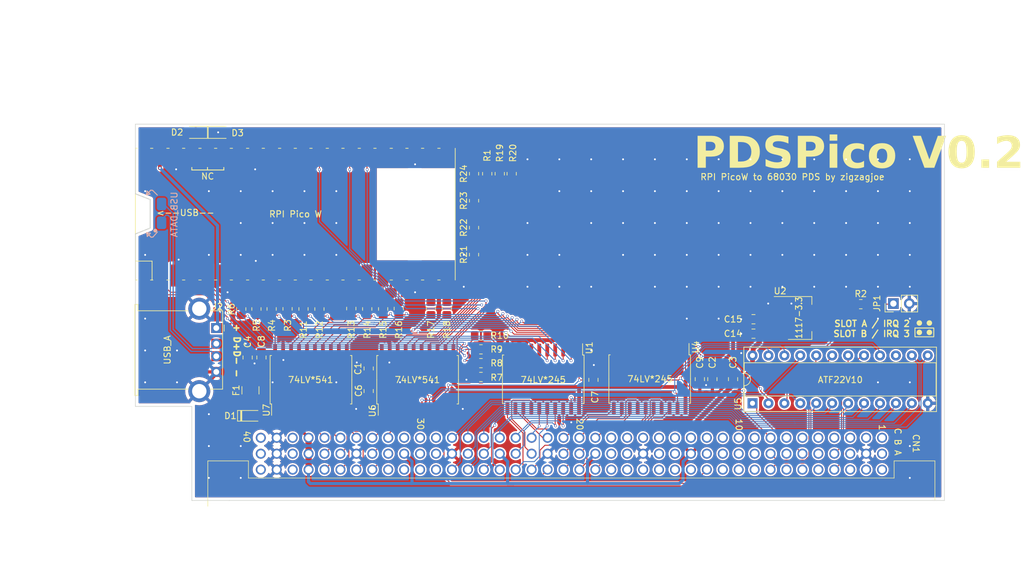
<source format=kicad_pcb>
(kicad_pcb (version 20221018) (generator pcbnew)
  (title_block (title "PDSPico for 68030") (date "2024-02-27") (rev "v0.2") (company "zigzagjoe/MD"))
  (layers (0 "F.Cu" signal) (31 "B.Cu" signal) (34 "B.Paste" user) (35 "F.Paste" user) (36 "B.SilkS" user "B.Silkscreen") (37 "F.SilkS" user "F.Silkscreen") (38 "B.Mask" user) (39 "F.Mask" user) (44 "Edge.Cuts" user))
  (net 0 "")
  (net 1 "/STERM")
  (net 2 "/A0")
  (net 3 "/A30")
  (net 4 "/A28")
  (net 5 "/A26")
  (net 6 "/A24")
  (net 7 "/A23")
  (net 8 "/A21")
  (net 9 "/A19")
  (net 10 "/A17")
  (net 11 "/A15")
  (net 12 "/A13")
  (net 13 "/A10")
  (net 14 "/RMC")
  (net 15 "/DSACK1")
  (net 16 "/A31")
  (net 17 "/A29")
  (net 18 "/A27")
  (net 19 "/A25")
  (net 20 "/A22")
  (net 21 "/A20")
  (net 22 "/A16")
  (net 23 "/A14")
  (net 24 "/A12")
  (net 25 "/A8")
  (net 26 "/A7")
  (net 27 "/FC1")
  (net 28 "/CIOUT")
  (net 29 "/BGACK")
  (net 30 "/A1")
  (net 31 "GND")
  (net 32 "+5V")
  (net 33 "/A18")
  (net 34 "/A11")
  (net 35 "/A9")
  (net 36 "/A5")
  (net 37 "/A4")
  (net 38 "/FC2")
  (net 39 "/FC0")
  (net 40 "/CPUCLK")
  (net 41 "/DS")
  (net 42 "/A6")
  (net 43 "/A3")
  (net 44 "/A2")
  (net 45 "+3V3")
  (net 46 "/DSACK0")
  (net 47 "/BG")
  (net 48 "/AS")
  (net 49 "/BR")
  (net 50 "/PICO_VSYS")
  (net 51 "/RESET")
  (net 52 "/LED_OUT")
  (net 53 "/IPL2")
  (net 54 "/IPL1")
  (net 55 "/BERR")
  (net 56 "/HALT")
  (net 57 "/IPL0")
  (net 58 "/CBACK")
  (net 59 "/DSACK.PICO")
  (net 60 "/B_RESET")
  (net 61 "/SLOT_ID")
  (net 62 "/CBREQ")
  (net 63 "/SIZ1")
  (net 64 "/BD0")
  (net 65 "/D5")
  (net 66 "/D1")
  (net 67 "/D0")
  (net 68 "/SIZ0")
  (net 69 "/R{slash}W")
  (net 70 "/D30")
  (net 71 "/D10")
  (net 72 "/D7")
  (net 73 "/D4")
  (net 74 "/D2")
  (net 75 "Net-(U1-A0)")
  (net 76 "/D29")
  (net 77 "/D27")
  (net 78 "/D24")
  (net 79 "/D22")
  (net 80 "/D20")
  (net 81 "/D17")
  (net 82 "/D14")
  (net 83 "/D12")
  (net 84 "/D9")
  (net 85 "/D6")
  (net 86 "/D3")
  (net 87 "/D31")
  (net 88 "/D28")
  (net 89 "/D26")
  (net 90 "/D25")
  (net 91 "/D23")
  (net 92 "/D21")
  (net 93 "/D19")
  (net 94 "/D18")
  (net 95 "/D16")
  (net 96 "/D15")
  (net 97 "/D13")
  (net 98 "/D11")
  (net 99 "/D8")
  (net 100 "/RESA1")
  (net 101 "/RESA2")
  (net 102 "/BUSLOCK")
  (net 103 "/IRQ3")
  (net 104 "-12V")
  (net 105 "/RESB1")
  (net 106 "/TM1A")
  (net 107 "/IRQ2")
  (net 108 "/BD1")
  (net 109 "/ECLK")
  (net 110 "-5V")
  (net 111 "/PFW")
  (net 112 "/NUBUS")
  (net 113 "/TM0A")
  (net 114 "/IRQ1")
  (net 115 "/C16M")
  (net 116 "+12V")
  (net 117 "Net-(U1-A1)")
  (net 118 "/BD2")
  (net 119 "Net-(U1-A2)")
  (net 120 "/BD3")
  (net 121 "Net-(U1-A3)")
  (net 122 "/BD4")
  (net 123 "Net-(U1-A4)")
  (net 124 "/BD5")
  (net 125 "Net-(U1-A5)")
  (net 126 "/BD6")
  (net 127 "Net-(U1-A6)")
  (net 128 "/BD7")
  (net 129 "Net-(U1-A7)")
  (net 130 "/BD8")
  (net 131 "Net-(U4-A0)")
  (net 132 "/BD9")
  (net 133 "Net-(U4-A1)")
  (net 134 "/BD10")
  (net 135 "Net-(U4-A2)")
  (net 136 "/BD11")
  (net 137 "Net-(U4-A3)")
  (net 138 "/BD12")
  (net 139 "Net-(U4-A4)")
  (net 140 "/BD13")
  (net 141 "Net-(U4-A5)")
  (net 142 "/BD14")
  (net 143 "Net-(U4-A6)")
  (net 144 "/BD15")
  (net 145 "Net-(U4-A7)")
  (net 146 "/IRQ.PICO")
  (net 147 "/SEL.SLOT")
  (net 148 "/BA8")
  (net 149 "/BA9")
  (net 150 "/BA10")
  (net 151 "/BA11")
  (net 152 "/B_R{slash}W")
  (net 153 "/B_SEL.PICO")
  (net 154 "/B_SEL.ROM")
  (net 159 "/SEL.PICO")
  (net 160 "/SEL.ROM")
  (net 161 "Net-(U3-GPIO16)")
  (net 162 "Net-(U3-GPIO17)")
  (net 163 "Net-(U3-GPIO18)")
  (net 164 "Net-(U3-GPIO19)")
  (net 166 "/D-")
  (net 167 "/D+")
  (net 168 "Net-(D1-K)")
  (footprint "Resistor_SMD:R_0805_2012Metric_Pad1.20x1.40mm_HandSolder" (layer "F.Cu") (at 187.66 99.7)
    (fp_text reference "R2")
    (fp_text value "4.7K")
  )
  (footprint "Resistor_SMD:R_0805_2012Metric_Pad1.20x1.40mm_HandSolder" (layer "F.Cu") (at 126 83.2 90)
    (fp_text reference "R23")
    (fp_text value "200")
  )
  (footprint "Resistor_SMD:R_0805_2012Metric_Pad1.20x1.40mm_HandSolder" (layer "F.Cu") (at 128.1 78.9 -90)
    (fp_text reference "R1")
    (fp_text value "1K")
  )
  (footprint "Resistor_SMD:R_0805_2012Metric_Pad1.20x1.40mm_HandSolder" (layer "F.Cu") (at 119.126 100.4 -90)
    (fp_text reference "R17")
    (fp_text value "200")
  )
  (footprint "Capacitor_SMD:C_0805_2012Metric" (layer "F.Cu") (at 170.55 102.1 180)
    (fp_text reference "C15")
    (fp_text value "22uf")
  )
  (footprint "Capacitor_SMD:C_0805_2012Metric" (layer "F.Cu") (at 89.9 108.2 -90)
    (fp_text reference "C4")
    (fp_text value "22uf")
  )
  (footprint "Connector_PinHeader_2.54mm:PinHeader_1x02_P2.54mm_Vertical" (layer "F.Cu") (at 192.86 99.6 90)
    (fp_text reference "JP1")
    (fp_text value "SLOT" hide)
  )
  (footprint "Package_TO_SOT_SMD:SOT-223-3_TabPin2" (layer "F.Cu") (at 177.95 101.9)
    (fp_text reference "U2")
    (fp_text value "1117-3.3")
  )
  (footprint "Resistor_SMD:R_0805_2012Metric_Pad1.20x1.40mm_HandSolder" (layer "F.Cu") (at 101.346 100.476 -90)
    (fp_text reference "R12")
    (fp_text value "200")
  )
  (footprint "Capacitor_SMD:C_0805_2012Metric" (layer "F.Cu") (at 92.1 108.2 -90)
    (fp_text reference "C8")
    (fp_text value "220nf")
  )
  (footprint "Capacitor_SMD:C_0805_2012Metric" (layer "F.Cu") (at 162 111.65 -90)
    (fp_text reference "C9")
    (fp_text value "220nf")
  )
  (footprint "Resistor_SMD:R_0805_2012Metric_Pad1.20x1.40mm_HandSolder" (layer "F.Cu") (at 127.1 106.9)
    (fp_text reference "R9")
    (fp_text value "200")
  )
  (footprint "Resistor_SMD:R_0805_2012Metric_Pad1.20x1.40mm_HandSolder" (layer "F.Cu") (at 126 78.9 90)
    (fp_text reference "R24")
    (fp_text value "200")
  )
  (footprint "Resistor_SMD:R_0805_2012Metric_Pad1.20x1.40mm_HandSolder" (layer "F.Cu") (at 111.506 100.46 -90)
    (fp_text reference "R15")
    (fp_text value "200")
  )
  (footprint "SockeBooster:650949-5 RA MALE" (layer "F.Cu") (at 142.73 128.24 -90)
    (fp_text reference "CN1")
    (fp_text value "PDS_LB_MALE")
  )
  (footprint "Resistor_SMD:R_0805_2012Metric_Pad1.20x1.40mm_HandSolder" (layer "F.Cu") (at 88.877042 100.472513 -90)
    (fp_text reference "R6")
    (fp_text value "200")
  )
  (footprint "SockeBooster:RPi_Pico_SMD" (layer "F.Cu") (at 97.5 85.344 90)
    (fp_text reference "U3" hide)
    (fp_text value "RPI Pico W")
  )
  (footprint "Capacitor_SMD:C_0805_2012Metric" (layer "F.Cu") (at 145.035 111.765 90)
    (fp_text reference "C7")
    (fp_text value "220nf")
  )
  (footprint "Capacitor_SMD:C_0805_2012Metric" (layer "F.Cu") (at 167.3 111.65 90)
    (fp_text reference "C3")
    (fp_text value "220nf")
  )
  (footprint "Resistor_SMD:R_0805_2012Metric_Pad1.20x1.40mm_HandSolder" (layer "F.Cu") (at 96.266 100.444 -90)
    (fp_text reference "R3")
    (fp_text value "200")
  )
  (footprint "Resistor_SMD:R_0805_2012Metric_Pad1.20x1.40mm_HandSolder" (layer "F.Cu") (at 108.966 100.46 -90)
    (fp_text reference "R14")
    (fp_text value "200")
  )
  (footprint "Resistor_SMD:R_0805_2012Metric_Pad1.20x1.40mm_HandSolder" (layer "F.Cu") (at 121.666 100.4 -90)
    (fp_text reference "R18")
    (fp_text value "200")
  )
  (footprint "Capacitor_SMD:C_0805_2012Metric" (layer "F.Cu") (at 109.2 109.95 90)
    (fp_text reference "C1")
    (fp_text value "22uF")
  )
  (footprint "Resistor_SMD:R_0805_2012Metric_Pad1.20x1.40mm_HandSolder" (layer "F.Cu") (at 126 87.5 90)
    (fp_text reference "R22")
    (fp_text value "200")
  )
  (footprint "Resistor_SMD:R_0805_2012Metric_Pad1.20x1.40mm_HandSolder" (layer "F.Cu") (at 132 78.9 90)
    (fp_text reference "R20")
    (fp_text value "4.7K")
  )
  (footprint "Capacitor_SMD:C_0805_2012Metric" (layer "F.Cu") (at 170.55 104.4 180)
    (fp_text reference "C14")
    (fp_text value "22uf")
  )
  (footprint "Resistor_SMD:R_0805_2012Metric_Pad1.20x1.40mm_HandSolder" (layer "F.Cu") (at 127.1 109.1)
    (fp_text reference "R8")
    (fp_text value "200")
  )
  (footprint "Package_SO:SOIC-20W_7.5x12.8mm_P1.27mm" (layer "F.Cu") (at 117 111.75 90)
    (fp_text reference "U6")
    (fp_text value "74LV*541")
  )
  (footprint "Capacitor_SMD:C_0805_2012Metric" (layer "F.Cu") (at 164 111.65 -90)
    (fp_text reference "C2")
    (fp_text value "22uF")
  )
  (footprint "Resistor_SMD:R_0805_2012Metric_Pad1.20x1.40mm_HandSolder" (layer "F.Cu") (at 130.1 78.9 -90)
    (fp_text reference "R19")
    (fp_text value "4.7K")
  )
  (footprint "Capacitor_SMD:C_0805_2012Metric" (layer "F.Cu") (at 109.2 113.55 -90)
    (fp_text reference "C6")
    (fp_text value "220nf")
  )
  (footprint "LED_SMD:LED_0805_2012Metric_Pad1.15x1.40mm_HandSolder" (layer "F.Cu") (at 81.625 72.3 180)
    (fp_text reference "D2")
    (fp_text value "RED")
  )
  (footprint "Package_DIP:DIP-24_W7.62mm_Socket" (layer "F.Cu") (at 170.4 115.5 90)
    (fp_text reference "U5")
    (fp_text value "ATF22V10")
  )
  (footprint "Resistor_SMD:R_0805_2012Metric_Pad1.20x1.40mm_HandSolder" (layer "F.Cu") (at 106.426 100.4 -90)
    (fp_text reference "R13")
    (fp_text value "200")
  )
  (footprint "Resistor_SMD:R_0805_2012Metric_Pad1.20x1.40mm_HandSolder" (layer "F.Cu") (at 98.806 100.46 -90)
    (fp_text reference "R11")
    (fp_text value "200")
  )
  (footprint "Resistor_SMD:R_0805_2012Metric_Pad1.20x1.40mm_HandSolder" (layer "F.Cu") (at 126 91.8 90)
    (fp_text reference "R21")
    (fp_text value "200")
  )
  (footprint "Resistor_SMD:R_0805_2012Metric_Pad1.20x1.40mm_HandSolder" (layer "F.Cu") (at 114 100.4 -90)
    (fp_text reference "R16")
    (fp_text value "200")
  )
  (footprint "Resistor_SMD:R_0805_2012Metric_Pad1.20x1.40mm_HandSolder" (layer "F.Cu") (at 93.726 100.46 -90)
    (fp_text reference "R4")
    (fp_text value "200")
  )
  (footprint "Diode_SMD:D_SOD-323_HandSoldering" (layer "F.Cu") (at 90.3 117.5)
    (fp_text reference "D1")
    (fp_text value "D_Schottky")
  )
  (footprint "Resistor_SMD:R_0805_2012Metric_Pad1.20x1.40mm_HandSolder" (layer "F.Cu") (at 127.1 104.7)
    (fp_text reference "R10")
    (fp_text value "200")
  )
  (footprint "Package_SO:SOIC-20W_7.5x12.8mm_P1.27mm" (layer "F.Cu") (at 154 111.6348 -90)
    (fp_text reference "U4")
    (fp_text value "74LV*245")
  )
  (footprint "LED_SMD:LED_0805_2012Metric_Pad1.15x1.40mm_HandSolder" (layer "F.Cu") (at 85.475 72.3)
    (fp_text reference "D3")
    (fp_text value "GRN")
  )
  (footprint "Fuse:Fuse_1210_3225Metric_Pad1.42x2.65mm_HandSolder" (layer "F.Cu") (at 90.35 113.4375 90)
    (fp_text reference "F1")
    (fp_text value "1.1A 6V")
  )
  (footprint "Package_SO:SOIC-20W_7.5x12.8mm_P1.27mm" (layer "F.Cu") (at 137.035 111.665 -90)
    (fp_text reference "U1")
    (fp_text value "74LV*245")
  )
  (footprint "Resistor_SMD:R_0805_2012Metric_Pad1.20x1.40mm_HandSolder" (layer "F.Cu") (at 91.3 100.466797 -90)
    (fp_text reference "R5")
    (fp_text value "200")
  )
  (footprint "Package_SO:SOIC-20W_7.5x12.8mm_P1.27mm" (layer "F.Cu") (at 100 111.75 90)
    (fp_text reference "U7")
    (fp_text value "74LV*541")
  )
  (footprint "Resistor_SMD:R_0805_2012Metric_Pad1.20x1.40mm_HandSolder" (layer "F.Cu") (at 127.1 111.3)
    (fp_text reference "R7")
    (fp_text value "200")
  )
  (footprint "SockeBooster:USB_A_Horizontal_Generic" (layer "F.Cu") (at 84.9 103.5 -90)
    (fp_text reference "J2")
    (fp_text value "USB_A")
  )
  (footprint "SockeBooster:TestPoint-2 RRect 1.5mmX2mm" (layer "B.Cu") (at 73.925 85.225 90)
    (fp_text reference "TP1" hide)
    (fp_text value "USB_DATA")
  )
  (gr_line (start 74.8 89) (end 74.503054 89.024732) (stroke (width 0.154)) (layer "B.SilkS"))
  (gr_line (start 74.453054 81.525268) (end 73.75 82.25) (stroke (width 0.154)) (layer "B.SilkS"))
  (gr_line (start 73.9 88.9) (end 74.4 88.4) (stroke (width 0.154)) (layer "B.SilkS"))
  (gr_line (start 73.85 81.65) (end 73.75 82.25) (stroke (width 0.154)) (layer "B.SilkS"))
  (gr_line (start 74.35 82.15) (end 73.75 82.25) (stroke (width 0.154)) (layer "B.SilkS"))
  (gr_line (start 73.9 88.9) (end 73.8 88.3) (stroke (width 0.154)) (layer "B.SilkS"))
  (gr_line (start 74.75 81.55) (end 74.453054 81.525268) (stroke (width 0.154)) (layer "B.SilkS"))
  (gr_line (start 74.8 89) (end 75.5 88.2) (stroke (width 0.154)) (layer "B.SilkS"))
  (gr_line (start 74.4 88.4) (end 73.8 88.3) (stroke (width 0.154)) (layer "B.SilkS"))
  (gr_line (start 74.503054 89.024732) (end 73.8 88.3) (stroke (width 0.154)) (layer "B.SilkS"))
  (gr_line (start 73.85 81.65) (end 74.35 82.15) (stroke (width 0.154)) (layer "B.SilkS"))
  (gr_line (start 74.75 81.55) (end 75.5 82.3) (stroke (width 0.154)) (layer "B.SilkS"))
  (gr_circle (center 197 104.2) (end 197.360555 104.2) (stroke (width 0.15)) (fill solid) (layer "F.SilkS"))
  (gr_line (start 81 78.3) (end 86.1 78.3) (stroke (width 0.15)) (layer "F.SilkS"))
  (gr_line (start 83.5 77.9) (end 83.5 78.3) (stroke (width 0.15)) (layer "F.SilkS"))
  (gr_circle (center 197 102.7) (end 197.360555 102.7) (stroke (width 0.15)) (fill solid) (layer "F.SilkS"))
  (gr_line (start 81 77.9) (end 81 78.3) (stroke (width 0.15)) (layer "F.SilkS"))
  (gr_rect (start 196.3 103.5) (end 199.3 104.9) (stroke (width 0.15)) (fill none) (layer "F.SilkS"))
  (gr_line (start 86.1 78.3) (end 86.1 77.9) (stroke (width 0.15)) (layer "F.SilkS"))
  (gr_circle (center 198.6 102.7) (end 198.960555 102.7) (stroke (width 0.15)) (fill solid) (layer "F.SilkS"))
  (gr_circle (center 198.6 104.2) (end 198.960555 104.2) (stroke (width 0.15)) (fill solid) (layer "F.SilkS"))
  (gr_line (start 88.879561 116.754609) (end 88.879561 118.254609) (stroke (width 0.3)) (layer "F.SilkS"))
  (gr_line (start 72 116) (end 72 88.5) (stroke (width 0.1)) (layer "Edge.Cuts"))
  (gr_line (start 81 131) (end 81 116) (stroke (width 0.1)) (layer "Edge.Cuts"))
  (gr_line (start 81 116) (end 72 116) (stroke (width 0.1)) (layer "Edge.Cuts"))
  (gr_line (start 87 131) (end 81 131) (stroke (width 0.1)) (layer "Edge.Cuts"))
  (gr_line (start 201 71) (end 201 131) (stroke (width 0.1)) (layer "Edge.Cuts"))
  (gr_line (start 72 82.1) (end 74.362477 83.0192) (stroke (width 0.154)) (layer "Edge.Cuts"))
  (gr_line (start 87 131) (end 201 131) (stroke (width 0.1)) (layer "Edge.Cuts"))
  (gr_line (start 72 71) (end 201 71) (stroke (width 0.1)) (layer "Edge.Cuts"))
  (gr_line (start 74.362477 83.0192) (end 74.362477 87.5604) (stroke (width 0.154)) (layer "Edge.Cuts"))
  (gr_line (start 72 82.1) (end 72 71) (stroke (width 0.1)) (layer "Edge.Cuts"))
  (gr_line (start 74.362477 87.5604) (end 72 88.5) (stroke (width 0.154)) (layer "Edge.Cuts"))
  (gr_text "SLOT A / IRQ 2\nSLOT B / IRQ 3" (at 195.6 105) (layer "F.SilkS") (effects (font (size 1 1) (thickness 0.2) bold) (justify right bottom)))
  (gr_text "PDSPico V0.2" (at 161 78.8) (layer "F.SilkS") (effects (font (size 5 5) (thickness 1) bold) (justify left bottom)))
  (gr_text "NC" (at 82.4 79.9) (layer "F.SilkS") (effects (font (size 1 1)) (justify left bottom)))
  (gr_text "RPI PicoW to 68030 PDS by zigzagjoe" (at 162 80) (layer "F.SilkS") (effects (font (size 1 1) (thickness 0.153)) (justify left bottom)))
  (gr_text "<--USB--" (at 75.3 85.7) (layer "F.SilkS") (effects (font (size 1 1)) (justify left bottom)))
  (segment (start 99.400844 118.272) (end 102.128844 121) (width 0.154) (layer "F.Cu") (net 2))
  (segment (start 96.402001 118.272) (end 99.400844 118.272) (width 0.154) (layer "F.Cu") (net 2))
  (segment (start 95.555 116.4) (end 95.555 117.424999) (width 0.154) (layer "F.Cu") (net 2))
  (segment (start 95.555 117.424999) (end 96.402001 118.272) (width 0.154) (layer "F.Cu") (net 2))
  (segment (start 132 117.9) (end 130.1 119.8) (width 0.154) (layer "B.Cu") (net 3))
  (segment (start 197.263 109.137) (end 197.263 116.972578) (width 0.154) (layer "B.Cu") (net 3))
  (segment (start 166.679798 117.9) (end 132 117.9) (width 0.154) (layer "B.Cu") (net 3))
  (segment (start 198.52 107.88) (end 197.263 109.137) (width 0.154) (layer "B.Cu") (net 3))
  (segment (start 194.932578 119.303) (end 168.082798 119.303) (width 0.154) (layer "B.Cu") (net 3))
  (segment (start 130.1 119.8) (end 130.1 120.2932) (width 0.154) (layer "B.Cu") (net 3))
  (segment (start 168.082798 119.303) (end 166.679798 117.9) (width 0.154) (layer "B.Cu") (net 3))
  (segment (start 197.263 116.972578) (end 194.932578 119.303) (width 0.154) (layer "B.Cu") (net 3))
  (segment (start 190.764 118.376) (end 193.64 115.5) (width 0.154) (layer "B.Cu") (net 4))
  (segment (start 168.465532 118.379) (end 177.052523 118.379) (width 0.154) (layer "B.Cu") (net 4))
  (segment (start 177.052523 118.379) (end 177.055523 118.376) (width 0.154) (layer "B.Cu") (net 4))
  (segment (start 128.715 122.385) (end 128.715 118.849422) (width 0.154) (layer "B.Cu") (net 4))
  (segment (start 167.034532 116.948) (end 168.465532 118.379) (width 0.154) (layer "B.Cu") (net 4))
  (segment (start 177.055523 118.376) (end 190.764 118.376) (width 0.154) (layer "B.Cu") (net 4))
  (segment (start 128.715 118.849422) (end 130.616422 116.948) (width 0.154) (layer "B.Cu") (net 4))
  (segment (start 127.56 123.54) (end 128.715 122.385) (width 0.154) (layer "B.Cu") (net 4))
  (segment (start 130.616422 116.948) (end 167.034532 116.948) (width 0.154) (layer "B.Cu") (net 4))
  (segment (start 126.492 124.608) (end 126.492 120.201266) (width 0.154) (layer "B.Cu") (net 5))
  (segment (start 167.289688 116.332) (end 168.720688 117.763) (width 0.154) (layer "B.Cu") (net 5))
  (segment (start 186.395 117.76) (end 188.855 115.3) (width 0.154) (layer "B.Cu") (net 5))
  (segment (start 126.492 120.201266) (end 130.361266 116.332) (width 0.154) (layer "B.Cu") (net 5))
  (segment (start 168.720688 117.763) (end 176.797367 117.763) (width 0.154) (layer "B.Cu") (net 5))
  (segment (start 130.361266 116.332) (end 167.289688 116.332) (width 0.154) (layer "B.Cu") (net 5))
  (segment (start 176.797367 117.763) (end 176.800367 117.76) (width 0.154) (layer "B.Cu") (net 5))
  (segment (start 125.02 126.08) (end 126.492 124.608) (width 0.154) (layer "B.Cu") (net 5))
  (segment (start 176.800367 117.76) (end 186.395 117.76) (width 0.154) (layer "B.Cu") (net 5))
  (segment (start 125.02 119.58) (end 128.884 115.716) (width 0.154) (layer "B.Cu") (net 6))
  (segment (start 168.975844 117.147) (end 176.542211 117.147) (width 0.154) (layer "B.Cu") (net 6))
  (segment (start 176.545211 117.144) (end 181.931 117.144) (width 0.154) (layer "B.Cu") (net 6))
  (segment (start 125.02 121) (end 125.02 119.58) (width 0.154) (layer "B.Cu") (net 6))
  (segment (start 181.931 117.144) (end 183.775 115.3) (width 0.154) (layer "B.Cu") (net 6))
  (segment (start 167.544844 115.716) (end 168.975844 117.147) (width 0.154) (layer "B.Cu") (net 6))
  (segment (start 176.542211 117.147) (end 176.545211 117.144) (width 0.154) (layer "B.Cu") (net 6))
  (segment (start 128.884 115.716) (end 167.544844 115.716) (width 0.154) (layer "B.Cu") (net 6))
  (segment (start 123.8 124.76) (end 123.8 120.364422) (width 0.154) (layer "B.Cu") (net 7))
  (segment (start 167.672422 115.408) (end 169.100422 116.836) (width 0.154) (layer "B.Cu") (net 7))
  (segment (start 179.699 116.836) (end 181.235 115.3) (width 0.154) (layer "B.Cu") (net 7))
  (segment (start 122.48 126.08) (end 123.8 124.76) (width 0.154) (layer "B.Cu") (net 7))
  (segment (start 128.756422 115.408) (end 167.672422 115.408) (width 0.154) (layer "B.Cu") (net 7))
  (segment (start 123.8 120.364422) (end 128.756422 115.408) (width 0.154) (layer "B.Cu") (net 7))
  (segment (start 169.100422 116.836) (end 179.699 116.836) (width 0.154) (layer "B.Cu") (net 7))
  (segment (start 111 124.86) (end 109.78 126.08) (width 0.154) (layer "F.Cu") (net 13))
  (segment (start 112.8 122.4) (end 111.6 122.4) (width 0.154) (layer "F.Cu") (net 13))
  (segment (start 111 123) (end 111 124.86) (width 0.154) (layer "F.Cu") (net 13))
  (segment (start 115.095 118.105) (end 113.6 119.6) (width 0.154) (layer "F.Cu") (net 13))
  (segment (start 111.6 122.4) (end 111 123) (width 0.154) (layer "F.Cu") (net 13))
  (segment (start 113.6 119.6) (end 113.6 121.6) (width 0.154) (layer "F.Cu") (net 13))
  (segment (start 115.095 116.4) (end 115.095 118.105) (width 0.154) (layer "F.Cu") (net 13))
  (segment (start 113.6 121.6) (end 112.8 122.4) (width 0.154) (layer "F.Cu") (net 13))
  (segment (start 179.7 116.4) (end 179.529 116.229) (width 0.154) (layer "F.Cu") (net 15))
  (segment (start 179.7 124.2) (end 179.7 116.4) (width 0.154) (layer "F.Cu") (net 15))
  (segment (start 178.851 125.049) (end 179.7 124.2) (width 0.154) (layer "F.Cu") (net 15))
  (segment (start 179.529 116.229) (end 179.529 111.671) (width 0.154) (layer "F.Cu") (net 15))
  (segment (start 179.529 111.671) (end 183.275 107.925) (width 0.154) (layer "F.Cu") (net 15))
  (segment (start 174.311 125.049) (end 178.851 125.049) (width 0.154) (layer "F.Cu") (net 15))
  (segment (start 173.28 126.08) (end 174.311 125.049) (width 0.154) (layer "F.Cu") (net 15))
  (segment (start 129.023 120.441422) (end 131.872422 117.592) (width 0.154) (layer "B.Cu") (net 16))
  (segment (start 129.023 125.003) (end 129.023 120.441422) (width 0.154) (layer "B.Cu") (net 16))
  (segment (start 196.955 116.073687) (end 196.955 109.155) (width 0.154) (layer "B.Cu") (net 16))
  (segment (start 130.1 126.08) (end 129.023 125.003) (width 0.154) (layer "B.Cu") (net 16))
  (segment (start 194.033687 118.995) (end 196.955 116.073687) (width 0.154) (layer "B.Cu") (net 16))
  (segment (start 131.872422 117.592) (end 166.807376 117.592) (width 0.154) (layer "B.Cu") (net 16))
  (segment (start 166.807376 117.592) (end 168.210376 118.995) (width 0.154) (layer "B.Cu") (net 16))
  (segment (start 196.955 109.155) (end 195.8 108) (width 0.154) (layer "B.Cu") (net 16))
  (segment (start 168.210376 118.995) (end 194.033687 118.995) (width 0.154) (layer "B.Cu") (net 16))
  (segment (start 127.56 126.08) (end 128.8 124.84) (width 0.154) (layer "F.Cu") (net 17))
  (segment (start 128.8 124.84) (end 128.8 119.5) (width 0.154) (layer "F.Cu") (net 17))
  (segment (start 128.8 119.5) (end 129.3 119) (width 0.154) (layer "F.Cu") (net 17))
  (via (at 129.3 119) (size 0.45) (drill 0.3) (layers "F.Cu" "B.Cu") (net 17))
  (segment (start 192.996 118.684) (end 196.18 115.5) (width 0.154) (layer "B.Cu") (net 17))
  (segment (start 177.180101 118.687) (end 177.183101 118.684) (width 0.154) (layer "B.Cu") (net 17))
  (segment (start 129.3 119) (end 129.3 118.7) (width 0.154) (layer "B.Cu") (net 17))
  (segment (start 168.337954 118.687) (end 177.180101 118.687) (width 0.154) (layer "B.Cu") (net 17))
  (segment (start 129.3 118.7) (end 130.744 117.256) (width 0.154) (layer "B.Cu") (net 17))
  (segment (start 166.906954 117.256) (end 168.337954 118.687) (width 0.154) (layer "B.Cu") (net 17))
  (segment (start 130.744 117.256) (end 166.906954 117.256) (width 0.154) (layer "B.Cu") (net 17))
  (segment (start 177.183101 118.684) (end 192.996 118.684) (width 0.154) (layer "B.Cu") (net 17))
  (segment (start 167.16211 116.64) (end 168.59311 118.071) (width 0.154) (layer "B.Cu") (net 18))
  (segment (start 176.924945 118.071) (end 176.927945 118.068) (width 0.154) (layer "B.Cu") (net 18))
  (segment (start 168.59311 118.071) (end 176.924945 118.071) (width 0.154) (layer "B.Cu") (net 18))
  (segment (start 188.827 118.068) (end 191.395 115.5) (width 0.154) (layer "B.Cu") (net 18))
  (segment (start 127.56 121) (end 127.56 119.568844) (width 0.154) (layer "B.Cu") (net 18))
  (segment (start 130.488844 116.64) (end 167.16211 116.64) (width 0.154) (layer "B.Cu") (net 18))
  (segment (start 127.56 119.568844) (end 130.488844 116.64) (width 0.154) (layer "B.Cu") (net 18))
  (segment (start 176.927945 118.068) (end 188.827 118.068) (width 0.154) (layer "B.Cu") (net 18))
  (segment (start 125.02 123.54) (end 126.184 122.376) (width 0.154) (layer "B.Cu") (net 19))
  (segment (start 126.184 120.073688) (end 130.233688 116.024) (width 0.154) (layer "B.Cu") (net 19))
  (segment (start 126.184 122.376) (end 126.184 120.073688) (width 0.154) (layer "B.Cu") (net 19))
  (segment (start 184.163 117.452) (end 186.315 115.3) (width 0.154) (layer "B.Cu") (net 19))
  (segment (start 130.233688 116.024) (end 167.417266 116.024) (width 0.154) (layer "B.Cu") (net 19))
  (segment (start 168.848266 117.455) (end 176.669789 117.455) (width 0.154) (layer "B.Cu") (net 19))
  (segment (start 176.672789 117.452) (end 184.163 117.452) (width 0.154) (layer "B.Cu") (net 19))
  (segment (start 176.669789 117.455) (end 176.672789 117.452) (width 0.154) (layer "B.Cu") (net 19))
  (segment (start 167.417266 116.024) (end 168.848266 117.455) (width 0.154) (layer "B.Cu") (net 19))
  (segment (start 168.535578 114.3) (end 167.735578 115.1) (width 0.154) (layer "B.Cu") (net 20))
  (segment (start 128.628844 115.1) (end 122.728844 121) (width 0.154) (layer "B.Cu") (net 20))
  (segment (start 167.735578 115.1) (end 128.628844 115.1) (width 0.154) (layer "B.Cu") (net 20))
  (segment (start 177.8 115.5) (end 176.6 114.3) (width 0.154) (layer "B.Cu") (net 20))
  (segment (start 176.6 114.3) (end 168.535578 114.3) (width 0.154) (layer "B.Cu") (net 20))
  (segment (start 112.555 118.445) (end 110 121) (width 0.154) (layer "F.Cu") (net 25))
  (segment (start 112.555 116.4) (end 112.555 118.445) (width 0.154) (layer "F.Cu") (net 25))
  (segment (start 107.814 119.969) (end 108.317 120.472) (width 0.154) (layer "F.Cu") (net 26))
  (segment (start 108.317 125.003) (end 107.24 126.08) (width 0.154) (layer "F.Cu") (net 26))
  (segment (start 106.989001 119.969) (end 107.814 119.969) (width 0.154) (layer "F.Cu") (net 26))
  (segment (start 104.445 117.424999) (end 106.989001 119.969) (width 0.154) (layer "F.Cu") (net 26))
  (segment (start 108.317 120.472) (end 108.317 125.003) (width 0.154) (layer "F.Cu") (net 26))
  (segment (start 104.445 116.4) (end 104.445 117.424999) (width 0.154) (layer "F.Cu") (net 26))
  (segment (start 103.191 122.509) (end 102.16 123.54) (width 0.154) (layer "F.Cu") (net 30))
  (segment (start 99.528422 117.964) (end 100.652422 119.088) (width 0.154) (layer "F.Cu") (net 30))
  (segment (start 97.764868 117.964) (end 99.528422 117.964) (width 0.154) (layer "F.Cu") (net 30))
  (segment (start 100.652422 119.088) (end 102.188 119.088) (width 0.154) (layer "F.Cu") (net 30))
  (segment (start 102.188 119.088) (end 103.191 120.091) (width 0.154) (layer "F.Cu") (net 30))
  (segment (start 103.191 120.091) (end 103.191 122.509) (width 0.154) (layer "F.Cu") (net 30))
  (segment (start 96.825 117.024132) (end 97.764868 117.964) (width 0.154) (layer "F.Cu") (net 30))
  (segment (start 168.600006 102.1) (end 168.6 102.099994) (width 0.6) (layer "F.Cu") (net 31))
  (segment (start 168.6 106.4) (end 168.6 107.5) (width 0.5) (layer "F.Cu") (net 31))
  (segment (start 84.9 110.5) (end 85.8 111.4) (width 0.5) (layer "F.Cu") (net 31))
  (segment (start 115.1 77.7) (end 117 77.7) (width 0.2) (layer "F.Cu") (net 31))
  (segment (start 84.45 72.3) (end 85.199994 72.3) (width 0.2) (layer "F.Cu") (net 31))
  (segment (start 166.5 110.7) (end 167.3 110.7) (width 0.6) (layer "F.Cu") (net 31))
  (segment (start 164.6 112.6) (end 166.5 110.7) (width 0.6) (layer "F.Cu") (net 31))
  (segment (start 116.55 97.75) (end 116.6 97.8) (width 0.154) (layer "F.Cu") (net 31))
  (segment (start 109.2 109) (end 109.2 106.4) (width 0.5) (layer "F.Cu") (net 31))
  (segment (start 162 112.6) (end 164 112.6) (width 0.6) (layer "F.Cu") (net 31))
  (segment (start 130.2 107) (end 130.104152 107.095848) (width 0.154) (layer "F.Cu") (net 31))
  (segment (start 78.45 94.234) (end 78.45 93.049996) (width 0.5) (layer "F.Cu") (net 31))
  (segment (start 109.2 106.4) (end 110.2 105.4) (width 0.5) (layer "F.Cu") (net 31))
  (segment (start 85.26 110.5) (end 82.19 113.57) (width 0.5) (layer "F.Cu") (net 31))
  (segment (start 78.45 76.454) (end 78.45 78.149992) (width 0.154) (layer "F.Cu") (net 31))
  (segment (start 91.15 94.234) (end 91.15 92.85) (width 0.154) (layer "F.Cu") (net 31))
  (segment (start 131.305 107) (end 130.2 107) (width 0.154) (layer "F.Cu") (net 31))
  (segment (start 85.536 97.8) (end 84.68 96.944) (width 0.2) (layer "F.Cu") (net 31))
  (segment (start 91.15 92.85) (end 91.2 92.8) (width 0.154) (layer "F.Cu") (net 31))
  (segment (start 90.8 106) (end 89.6 106) (width 0.2) (layer "F.Cu") (net 31))
  (segment (start 109.25 114.5) (end 109.25 115.65) (width 0.5) (layer "F.Cu") (net 31))
  (segment (start 84.68 96.944) (end 84.68 92.8) (width 0.2) (layer "F.Cu") (net 31))
  (segment (start 116.55 94.234) (end 116.55 97.75) (width 0.154) (layer "F.Cu") (net 31))
  (segment (start 167.3 110.1) (end 168.6 108.8) (width 0.5) (layer "F.Cu") (net 31))
  (segment (start 109.2 109) (end 107.3 109) (width 0.5) (layer "F.Cu") (net 31))
  (segment (start 78.45 78.149992) (end 78.5 78.199992) (width 0.154) (layer "F.Cu") (net 31))
  (segment (start 115.2 92.9) (end 116.7 92.9) (width 0.154) (layer "F.Cu") (net 31))
  (segment (start 122.715 116.4) (end 124.2 116.4) (width 0.154) (layer "F.Cu") (net 31))
  (segment (start 169.6 105.4) (end 168.6 106.4) (width 0.5) (layer "F.Cu") (net 31))
  (segment (start 109.25 115.65) (end 110 116.4) (width 0.5) (layer "F.Cu") (net 31))
  (segment (start 164 112.6) (end 164.6 112.6) (width 0.6) (layer "F.Cu") (net 31))
  (segment (start 111.285 116.4) (end 110 116.4) (width 0.154) (layer "F.Cu") (net 31))
  (segment (start 169.65 104.4) (end 169.65 102.15) (width 0.6) (layer "F.Cu") (net 31))
  (segment (start 173 99.6) (end 172.9 99.6) (width 0.6) (layer "F.Cu") (net 31))
  (segment (start 112.555 107.1) (end 112.555 108.945) (width 0.5) (layer "F.Cu") (net 31))
  (segment (start 169.6 104.4) (end 169.6 105.4) (width 0.5) (layer "F.Cu") (net 31))
  (segment (start 145.1 111.081) (end 145.1 109.4) (width 0.5) (layer "F.Cu") (net 31))
  (segment (start 116.55 94.234) (end 116.55 93.05) (width 0.154) (layer "F.Cu") (net 31))
  (segment (start 112.555 108.945) (end 112.5 109) (width 0.5) (layer "F.Cu") (net 31))
  (segment (start 116.9 77.7) (end 118.1 77.7) (width 0.2) (layer "F.Cu") (net 31))
  (segment (start 116.9 77.7) (end 117 77.7) (width 0.2) (layer "F.Cu") (net 31))
  (segment (start 116.55 76.454) (end 116.55 77.55) (width 0.154) (layer "F.Cu") (net 31))
  (segment (start 105.715 116.4) (end 107.2 116.4) (width 0.154) (layer "F.Cu") (net 31))
  (segment (start 91 106.2) (end 90.8 106) (width 0.2) (layer "F.Cu") (net 31))
  (segment (start 89.8 109.15) (end 92.1 109.15) (width 0.5) (layer "F.Cu") (net 31))
  (segment (start 84.68 92.8) (end 83.72 91.84) (width 0.2) (layer "F.Cu") (net 31))
  (segment (start 85.199994 72.3) (end 85.199997 72.299997) (width 0.2) (layer "F.Cu") (net 31))
  (segment (start 91.15 78.15) (end 91.1 78.2) (width 0.154) (layer "F.Cu") (net 31))
  (segment (start 110.2 105.4) (end 112 105.4) (width 0.5) (layer "F.Cu") (net 31))
  (segment (start 169.6 102.1) (end 168.600006 102.1) (width 0.6) (layer "F.Cu") (net 31))
  (segment (start 169.6 104.4) (end 168.600076 104.4) (width 0.6) (layer "F.Cu") (net 31))
  (segment (start 91 109.15) (end 91 106.2) (width 0.2) (layer "F.Cu") (net 31))
  (segment (start 116.55 93.05) (end 116.7 92.9) (width 0.154) (layer "F.Cu") (net 31))
  (segment (start 116.7 92.9) (end 118.2 92.9) (width 0.154) (layer "F.Cu") (net 31))
  (segment (start 85.8 111.4) (end 85.8 112.4) (width 0.5) (layer "F.Cu") (net 31))
  (segment (start 112.555 105.955) (end 112.555 107.1) (width 0.5) (layer "F.Cu") (net 31))
  (segment (start 174.8 99.6) (end 173 99.6) (width 0.6) (layer "F.Cu") (net 31))
  (segment (start 91.15 76.454) (end 91.15 78.15) (width 0.154) (layer "F.Cu") (net 31))
  (segment (start 78.45 93.049996) (end 78.899998 92.599998) (width 0.5) (layer "F.Cu") (net 31))
  (segment (start 116.6 77.4) (end 116.9 77.7) (width 0.2) (layer "F.Cu") (net 31))
  (segment (start 167.3 110.7) (end 167.3 110.1) (width 0.5) (layer "F.Cu") (net 31))
  (segment (start 86.7 97.8) (end 85.536 97.8) (width 0.2) (layer "F.Cu") (net 31))
  (segment (start 112 105.4) (end 112.555 105.955) (width 0.5) (layer "F.Cu") (net 31))
  (segment (start 174.8 99.6) (end 176.6 99.6) (width 0.6) (layer "F.Cu") (net 31))
  (segment (start 168.6 108.8) (end 168.6 107.5) (width 0.5) (layer "F.Cu") (net 31))
  (via (at 180.24 86.76) (size 0.45) (drill 0.3) (layers "F.Cu" "B.Cu") (net 31))
  (via (at 86.7 97.8) (size 0.45) (drill 0.3) (layers "F.Cu" "B.Cu") (net 31))
  (via (at 119.28 112.16) (size 0.45) (drill 0.3) (layers "F.Cu" "B.Cu") (net 31))
  (via (at 73.56 81.68) (size 0.45) (drill 0.3) (layers "F.Cu" "B.Cu") (net 31))
  (via (at 195.48 112.16) (size 0.45) (drill 0.3) (layers "F.Cu" "B.Cu") (net 31))
  (via (at 91.1 78.2) (size 0.45) (drill 0.3) (layers "F.Cu" "B.Cu") (net 31))
  (via (at 78.64 107.08) (size 0.45) (drill 0.3) (layers "F.Cu" "B.Cu") (net 31))
  (via (at 170.08 91.84) (size 0.45) (drill 0.3) (layers "F.Cu" "B.Cu") (net 31))
  (via (at 93.88 91.84) (size 0.45) (drill 0.3) (layers "F.Cu" "B.Cu") (net 31))
  (via (at 83.72 117.24) (size 0.45) (drill 0.3) (layers "F.Cu" "B.Cu") (net 31))
  (via (at 145.1 109.4) (size 0.45) (drill 0.3) (layers "F.Cu" "B.Cu") (net 31))
  (via (at 170.08 76.6) (size 0.45) (drill 0.3) (layers "F.Cu" "B.Cu") (net 31))
  (via (at 185.32 81.68) (size 0.45) (drill 0.3) (layers "F.Cu" "B.Cu") (net 31))
  (via (at 73.56 112.16) (size 0.45) (drill 0.3) (layers "F.Cu" "B.Cu") (net 31))
  (via (at 159.92 76.6) (size 0.45) (drill 0.3) (layers "F.Cu" "B.Cu") (net 31))
  (via (at 134.52 86.76) (size 0.45) (drill 0.3) (layers "F.Cu" "B.Cu") (net 31))
  (via (at 190.4 81.68) (size 0.45) (drill 0.3) (layers "F.Cu" "B.Cu") (net 31))
  (via (at 159.92 102) (size 0.45) (drill 0.3) (layers "F.Cu" "B.Cu") (net 31))
  (via (at 93.88 81.68) (size 0.45) (drill 0.3) (layers "F.Cu" "B.Cu") (net 31))
  (via (at 168.600076 104.4) (size 0.45) (drill 0.3) (layers "F.Cu" "B.Cu") (net 31))
  (via (at 195.48 122.32) (size 0.45) (drill 0.3) (layers "F.Cu" "B.Cu") (net 31))
  (via (at 91.2 92.8) (size 0.45) (drill 0.3) (layers "F.Cu" "B.Cu") (net 31))
  (via (at 154.84 81.68) (size 0.45) (drill 0.3) (layers "F.Cu" "B.Cu") (net 31))
  (via (at 165 102) (size 0.45) (drill 0.3) (layers "F.Cu" "B.Cu") (net 31))
  (via (at 168.6 102.099994) (size 0.45) (drill 0.3) (layers "F.Cu" "B.Cu") (net 31))
  (via (at 139.6 81.68) (size 0.45) (drill 0.3) (layers "F.Cu" "B.Cu") (net 31))
  (via (at 154.84 76.6) (size 0.45) (drill 0.3) (layers "F.Cu" "B.Cu") (net 31))
  (via (at 144.68 86.76) (size 0.45) (drill 0.3) (layers "F.Cu" "B.Cu") (net 31))
  (via (at 175.16 76.6) (size 0.45) (drill 0.3) (layers "F.Cu" "B.Cu") (net 31))
  (via (at 180.24 91.84) (size 0.45) (drill 0.3) (layers "F.Cu" "B.Cu") (net 31))
  (via (at 185.32 76.6) (size 0.45) (drill 0.3) (layers "F.Cu" "B.Cu") (net 31))
  (via (at 116.6 77.4) (size 0.45) (drill 0.3) (layers "F.Cu" "B.Cu") (net 31))
  (via (at 154.84 96.92) (size 0.45) (drill 0.3) (layers "F.Cu" "B.Cu") (net 31))
  (via (at 149.76 76.6) (size 0.45) (drill 0.3) (layers "F.Cu" "B.Cu") (net 31))
  (via (at 78.5 78.199992) (size 0.45) (drill 0.3) (layers "F.Cu" "B.Cu") (net 31))
  (via (at 144.68 81.68) (size 0.45) (drill 0.3) (layers "F.Cu" "B.Cu") (net 31))
  (via (at 139.6 91.84) (size 0.45) (drill 0.3) (layers "F.Cu" "B.Cu") (net 31))
  (via (at 175.16 86.76) (size 0.45) (drill 0.3) (layers "F.Cu" "B.Cu") (net 31))
  (via (at 175.16 81.68) (size 0.45) (drill 0.3) (layers "F.Cu" "B.Cu") (net 31))
  (via (at 175.16 91.84) (size 0.45) (drill 0.3) (layers "F.Cu" "B.Cu") (net 31))
  (via (at 154.84 86.76) (size 0.45) (drill 0.3) (layers "F.Cu" "B.Cu") (net 31))
  (via (at 93.88 112.16) (size 0.45) (drill 0.3) (layers "F.Cu" "B.Cu") (net 31))
  (via (at 110 116.4) (size 0.45) (drill 0.3) (layers "F.Cu" "B.Cu") (net 31))
  (via (at 190.4 86.76) (size 0.45) (drill 0.3) (layers "F.Cu" "B.Cu") (net 31))
  (via (at 104.04 112.16) (size 0.45) (drill 0.3) (layers "F.Cu" "B.Cu") (net 31))
  (via (at 83.72 122.32) (size 0.45) (drill 0.3) (layers "F.Cu" "B.Cu") (net 31))
  (via (at 195.48 102) (size 0.45) (drill 0.3) (layers "F.Cu" "B.Cu") (net 31))
  (via (at 88.8 86.76) (size 0.45) (drill 0.3) (layers "F.Cu" "B.Cu") (net 31))
  (via (at 165 91.84) (size 0.45) (drill 0.3) (layers "F.Cu" "B.Cu") (net 31))
  (via (at 195.48 76.6) (size 0.45) (drill 0.3) (layers "F.Cu" "B.Cu") (net 31))
  (via (at 124.36 96.92) (size 0.45) (drill 0.3) (layers "F.Cu" "B.Cu") (net 31))
  (via (at 98.96 86.76) (size 0.45) (drill 0.3) (layers "F.Cu" "B.Cu") (net 31))
  (via (at 190.4 76.6) (size 0.45) (drill 0.3) (layers "F.Cu" "B.Cu") (net 31))
  (via (at 190.4 96.92) (size 0.45) (drill 0.3) (layers "F.Cu" "B.Cu") (net 31))
  (via (at 149.76 86.76) (size 0.45) (drill 0.3) (layers "F.Cu" "B.Cu") (net 31))
  (via (at 141.5 118.536) (size 0.45) (drill 0.3) (layers "F.Cu" "B.Cu") (net 31))
  (via (at 139.6 76.6) (size 0.45) (drill 0.3) (layers "F.Cu" "B.Cu") (net 31))
  (via (at 175.16 96.92) (size 0.45) (drill 0.3) (layers "F.Cu" "B.Cu") (net 31))
  (via (at 154.84 91.84) (size 0.45) (drill 0.3) (layers "F.Cu" "B.Cu") (net 31))
  (via (at 130.2 107) (size 0.45) (drill 0.3) (layers "F.Cu" "B.Cu") (net 31))
  (via (at 149.76 81.68) (size 0.45) (drill 0.3) (layers "F.Cu" "B.Cu") (net 31))
  (via (at 195.48 96.92) (size 0.45) (drill 0.3) (layers "F.Cu" "B.Cu") (net 31))
  (via (at 95.6 108.6) (size 0.45) (drill 0.3) (layers "F.Cu" "B.Cu") (net 31))
  (via (at 180.24 81.68) (size 0.45) (drill 0.3) (layers "F.Cu" "B.Cu") (net 31))
  (via (at 73.56 91.84) (size 0.45) (drill 0.3) (layers "F.Cu" "B.Cu") (net 31))
  (via (at 144.68 107.08) (size 0.45) (drill 0.3) (layers "F.Cu" "B.Cu") (net 31))
  (via (at 195.48 86.76) (size 0.45) (drill 0.3) (layers "F.Cu" "B.Cu") (net 31))
  (via (at 195.48 81.68) (size 0.45) (drill 0.3) (layers "F.Cu" "B.Cu") (net 31))
  (via (at 116.6 97.8) (size 0.45) (drill 0.3) (layers "F.Cu" "B.Cu") (net 31))
  (via (at 88.8 81.68) (size 0.45) (drill 0.3) (layers "F.Cu" "B.Cu") (net 31))
  (via (at 112.5 109) (size 0.45) (drill 0.3) (layers "F.Cu" "B.Cu") (net 31))
  (via (at 134.52 91.84) (size 0.45) (drill 0.3) (layers "F.Cu" "B.Cu") (net 31))
  (via (at 114.2 112.16) (size 0.45) (drill 0.3) (layers "F.Cu" "B.Cu") (net 31))
  (via (at 93.88 86.76) (size 0.45) (drill 0.3) (layers "F.Cu" "B.Cu") (net 31))
  (via (at 170.08 96.92) (size 0.45) (drill 0.3) (layers "F.Cu" "B.Cu") (net 31))
  (via (at 180.24 76.6) (size 0.45) (drill 0.3) (layers "F.Cu" "B.Cu") (net 31))
  (via (at 89.6 106) (size 0.45) (drill 0.3) (layers "F.Cu" "B.Cu") (net 31))
  (via (at 98.96 91.84) (size 0.45) (drill 0.3) (layers "F.Cu" "B.Cu") (net 31))
  (via (at 83.72 127.4) (size 0.45) (drill 0.3) (layers "F.Cu" "B.Cu") (net 31))
  (via (at 195.48 91.84) (size 0.45) (drill 0.3) (layers "F.Cu" "B.Cu") (net 31))
  (via (at 107.2 116.4) (size 0.45) (drill 0.3) (layers "F.Cu" "B.Cu") (net 31))
  (via (at 124.785477 111.741553) (size 0.45) (drill 0.3) (layers "F.Cu" "B.Cu") (net 31))
  (via (at 144.68 76.6) (size 0.45) (drill 0.3) (layers "F.Cu" "B.Cu") (net 31))
  (via (at 190.4 102) (size 0.45) (drill 0.3) (layers "F.Cu" "B.Cu") (net 31))
  (via (at 159.92 86.76) (size 0.45) (drill 0.3) (layers "F.Cu" "B.Cu") (net 31))
  (via (at 73.56 107.08) (size 0.45) (drill 0.3) (layers "F.Cu" "B.Cu") (net 31))
  (via (at 165 96.92) (size 0.45) (drill 0.3) (layers "F.Cu" "B.Cu") (net 31))
  (via (at 88.8 127.4) (size 0.45) (drill 0.3) (layers "F.Cu" "B.Cu") (net 31))
  (via (at 190.4 112.16) (size 0.45) (drill 0.3) (layers "F.Cu" "B.Cu") (net 31))
  (via (at 85.199997 72.299997) (size 0.45) (drill 0.3) (layers "F.Cu" "B.Cu") (net 31))
  (via (at 134.52 76.6) (size 0.45) (drill 0.3) (layers "F.Cu" "B.Cu") (net 31))
  (via (at 73.56 102) (size 0.45) (drill 0.3) (layers "F.Cu" "B.Cu") (net 31))
  (via (at 170.08 86.76) (size 0.45) (drill 0.3) (layers "F.Cu" "B.Cu") (net 31))
  (via (at 185.32 86.76) (size 0.45) (drill 0.3) (layers "F.Cu" "B.Cu") (net 31))
  (via (at 88.8 122.32) (size 0.45) (drill 0.3) (layers "F.Cu" "B.Cu") (net 31))
  (via (at 159.92 81.68) (size 0.45) (drill 0.3) (layers "F.Cu" "B.Cu") (net 31))
  (via (at 172.9 99.6) (size 0.45) (drill 0.3) (layers "F.Cu" "B.Cu") (net 31))
  (via (at 180.24 96.92) (size 0.45) (drill 0.3) (layers "F.Cu" "B.Cu") (net 31))
  (via (at 124.2 116.4) (size 0.45) (drill 0.3) (layers "F.Cu" "B.Cu") (net 31))
  (via (at 163 112.6) (size 0.6) (drill 0.3) (layers "F.Cu" "B.Cu") (net 31))
  (via (at 88.8 91.84) (size 0.45) (drill 0.3) (layers "F.Cu" "B.Cu") (net 31))
  (via (at 83.72 91.84) (size 0.45) (drill 0.3) (layers "F.Cu" "B.Cu") (net 31))
  (via (at 195.48 127.4) (size 0.45) (drill 0.3) (layers "F.Cu" "B.Cu") (net 31))
  (via (at 185.32 96.92) (size 0.45) (drill 0.3) (layers "F.Cu" "B.Cu") (net 31))
  (via (at 190.4 91.84) (size 0.45) (drill 0.3) (layers "F.Cu" "B.Cu") (net 31))
  (via (at 124.36 91.84) (size 0.45) (drill 0.3) (layers "F.Cu" "B.Cu") (net 31))
  (via (at 104.04 81.68) (size 0.45) (drill 0.3) (layers "F.Cu" "B.Cu") (net 31))
  (via (at 107.3 109) (size 0.45) (drill 0.3) (layers "F.Cu" "B.Cu") (net 31))
  (via (at 185.32 91.84) (size 0.45) (drill 0.3) (layers "F.Cu" "B.Cu") (net 31))
  (via (at 159.92 96.92) (size 0.45) (drill 0.3) (layers "F.Cu" "B.Cu") (net 31))
  (via (at 165 81.68) (size 0.45) (drill 0.3) (layers "F.Cu" "B.Cu") (net 31))
  (via (at 104.04 91.84) (size 0.45) (drill 0.3) (layers "F.Cu" "B.Cu") (net 31))
  (via (at 78.64 112.16) (size 0.45) (drill 0.3) (layers "F.Cu" "B.Cu") (net 31))
  (via (at 139.6 96.92) (size 0.45) (drill 0.3) (layers "F.Cu" "B.Cu") (net 31))
  (via (at 165 76.6) (size 0.45) (drill 0.3) (layers "F.Cu" "B.Cu") (net 31))
  (via (at 170.08 81.68) (size 0.45) (drill 0.3) (layers "F.Cu" "B.Cu") (net 31))
  (via (at 149.76 91.84) (size 0.45) (drill 0.3) (layers "F.Cu" "B.Cu") (net 31))
  (via (at 98.96 81.68) (size 0.45) (drill 0.3) (layers "F.Cu" "B.Cu") (net 31))
  (via (at 78.899998 92.599998) (size 0.45) (drill 0.3) (layers "F.Cu" "B.Cu") (net 31))
  (via (at 104.04 86.76) (size 0.45) (drill 0.3) (layers "F.Cu" "B.Cu") (net 31))
  (via (at 144.68 96.92) (size 0.45) (drill 0.3) (layers "F.Cu" "B.Cu") (net 31))
  (via (at 159.92 91.84) (size 0.45) (drill 0.3) (layers "F.Cu" "B.Cu") (net 31))
  (via (at 134.52 96.92) (size 0.45) (drill 0.3) (layers "F.Cu" "B.Cu") (net 31))
  (via (at 83.72 81.68) (size 0.45) (drill 0.3) (layers "F.Cu" "B.Cu") (net 31))
  (via (at 165 86.76) (size 0.45) (drill 0.3) (layers "F.Cu" "B.Cu") (net 31))
  (via (at 168.6 107.5) (size 0.45) (drill 0.3) (layers "F.Cu" "B.Cu") (net 31))
  (via (at 176.6 99.6) (size 0.45) (drill 0.3) (layers "F.Cu" "B.Cu") (net 31))
  (via (at 91 109.15) (size 0.45) (drill 0.3) (layers "F.Cu" "B.Cu") (net 31))
  (segment (start 171.5 105.8) (end 171.5 104.4) (width 0.75) (layer "F.Cu") (net 32))
  (segment (start 161.83 122.29) (end 161.83 120.13) (width 0.5) (layer "F.Cu") (net 32))
  (segment (start 170.5 107.78) (end 170.5 106.8) (width 0.75) (layer "F.Cu") (net 32))
  (segment (start 97.62 119) (end 99.62 121) (width 0.5) (layer "F.Cu") (net 32))
  (segment (start 182.7 104.3) (end 186.66 100.34) (width 0.154) (layer "F.Cu") (net 32))
  (segment (start 171.55 104.4) (end 174.6 104.4) (width 0.75) (layer "F.Cu") (net 32))
  (segment (start 92.5 119) (end 91.55 118.05) (width 0.5) (layer "F.Cu") (net 32))
  (segment (start 160.58 123.54) (end 161.83 122.29) (width 0.5) (layer "F.Cu") (net 32))
  (segment (start 167.8 112.6) (end 170.4 110) (width 0.75) (layer "F.Cu") (net 32))
  (segment (start 99.62 126.08) (end 99.62 121) (width 1) (layer "F.Cu") (net 32))
  (segment (start 175.3 104.7) (end 175.7 104.3) (width 0.154) (layer "F.Cu") (net 32))
  (segment (start 167.3 112.6) (end 160.6 119.3) (width 0.75) (layer "F.Cu") (net 32))
  (segment (start 91.55 118.05) (end 91.55 117.5) (width 0.5) (layer "F.Cu") (net 32))
  (segment (start 159.33 122.29) (end 159.33 120.27) (width 0.5) (layer "F.Cu") (net 32))
  (segment (start 161 119.3) (end 160.8 119.3) (width 0.5) (layer "F.Cu") (net 32))
  (segment (start 160.58 123.54) (end 159.33 122.29) (width 0.5) (layer "F.Cu") (net 32))
  (segment (start 92.5 119) (end 97.62 119) (width 0.5) (layer "F.Cu") (net 32))
  (segment (start 175.7 104.3) (end 182.7 104.3) (width 0.154) (layer "F.Cu") (net 32))
  (segment (start 161.83 120.13) (end 161 119.3) (width 0.5) (layer "F.Cu") (net 32))
  (segment (start 160.3 119.3) (end 160.8 119.3) (width 0.5) (layer "F.Cu") (net 32))
  (segment (start 159.33 120.27) (end 160.3 119.3) (width 0.5) (layer "F.Cu") (net 32))
  (segment (start 186.66 100.34) (end 186.66 99.7) (width 0.154) (layer "F.Cu") (net 32))
  (segment (start 170.5 106.8) (end 171.5 105.8) (width 0.75) (layer "F.Cu") (net 32))
  (segment (start 170.4 110) (end 170.4 107.88) (width 0.75) (layer "F.Cu") (net 32))
  (segment (start 167.3 112.6) (end 167.8 112.6) (width 0.75) (layer "F.Cu") (net 32))
  (segment (start 158.73 128.3) (end 159.33 127.7) (width 0.5) (layer "B.Cu") (net 32))
  (segment (start 116.11 124.79) (end 114.86 123.54) (width 0.5) (layer "B.Cu") (net 32))
  (segment (start 99.6 128) (end 99.6 126.1) (width 0.5) (layer "B.Cu") (net 32))
  (segment (start 99.9 128.3) (end 99.6 128) (width 0.5) (layer "B.Cu") (net 32))
  (segment (start 144.09 128.3) (end 144.09 124.79) (width 0.5) (layer "B.Cu") (net 32))
  (segment (start 116 128.3) (end 132.292233 128.3) (width 0.5) (layer "B.Cu") (net 32))
  (segment (start 131.35 128.3) (end 132.292233 128.3) (width 0.5) (layer "B.Cu") (net 32))
  (segment (start 132.292233 128.3) (end 158.73 128.3) (width 0.5) (layer "B.Cu") (net 32))
  (segment (start 130.1 123.54) (end 131.35 124.79) (width 0.5) (layer "B.Cu") (net 32))
  (segment (start 116 128.3) (end 99.9 128.3) (width 0.5) (layer "B.Cu") (net 32))
  (segment (start 159.33 124.79) (end 160.58 123.54) (width 0.5) (layer "B.Cu") (net 32))
  (segment (start 116.11 128.19) (end 116 128.3) (width 0.5) (layer "B.Cu") (net 32))
  (segment (start 116.11 128.19) (end 116.11 124.79) (width 0.5) (layer "B.Cu") (net 32))
  (segment (start 159.33 127.7) (end 159.33 124.79) (width 0.5) (layer "B.Cu") (net 32))
  (segment (start 131.35 124.79) (end 131.35 128.3) (width 0.5) (layer "B.Cu") (net 32))
  (segment (start 144.09 124.79) (end 145.34 123.54) (width 0.5) (layer "B.Cu") (net 32))
  (segment (start 116.365 116.4) (end 116.365 115.375001) (width 0.154) (layer "F.Cu") (net 34))
  (segment (start 114.692 115.008) (end 114.5 115.2) (width 0.154) (layer "F.Cu") (net 34))
  (segment (start 114.5 115.2) (end 114.5 118.264422) (width 0.154) (layer "F.Cu") (net 34))
  (segment (start 114.5 118.264422) (end 112.32 120.444422) (width 0.154) (layer "F.Cu") (net 34))
  (segment (start 116.365 115.375001) (end 115.997999 115.008) (width 0.154) (layer "F.Cu") (net 34))
  (segment (start 115.997999 115.008) (end 114.692 115.008) (width 0.154) (layer "F.Cu") (net 34))
  (segment (start 113.825 117.610578) (end 111 120.435578) (width 0.154) (layer "F.Cu") (net 35))
  (segment (start 111 122.32) (end 109.78 123.54) (width 0.154) (layer "F.Cu") (net 35))
  (segment (start 111 120.435578) (end 111 122.32) (width 0.154) (layer "F.Cu") (net 35))
  (segment (start 113.825 116.4) (end 113.825 117.610578) (width 0.154) (layer "F.Cu") (net 35))
  (segment (start 106.039 119.99755) (end 106.039 124.741) (width 0.154) (layer "F.Cu") (net 36))
  (segment (start 101.905 116.697972) (end 103.063028 117.856) (width 0.154) (layer "F.Cu") (net 36))
  (segment (start 103.89745 117.856) (end 106.039 119.99755) (width 0.154) (layer "F.Cu") (net 36))
  (segment (start 106.039 124.741) (end 104.7 126.08) (width 0.154) (layer "F.Cu") (net 36))
  (segment (start 103.063028 117.856) (end 103.89745 117.856) (width 0.154) (layer "F.Cu") (net 36))
  (segment (start 105.731 120.209) (end 105.731 122.509) (width 0.154) (layer "F.Cu") (net 37))
  (segment (start 100.635 117.424999) (end 101.374001 118.164) (width 0.154) (layer "F.Cu") (net 37))
  (segment (start 100.635 116.4) (end 100.635 117.424999) (width 0.154) (layer "F.Cu") (net 37))
  (segment (start 105.731 122.509) (end 104.7 123.54) (width 0.154) (layer "F.Cu") (net 37))
  (segment (start 101.374001 118.164) (end 103.686 118.164) (width 0.154) (layer "F.Cu") (net 37))
  (segment (start 103.686 118.164) (end 105.731 120.209) (width 0.154) (layer "F.Cu") (net 37))
  (segment (start 171.075 117.075) (end 174.6 120.6) (width 0.154) (layer "F.Cu") (net 41))
  (segment (start 174.6 120.6) (end 174.6 121.6) (width 0.154) (layer "F.Cu") (net 41))
  (segment (start 175.2 122.2) (end 177.02 122.2) (width 0.154) (layer "F.Cu") (net 41))
  (segment (start 174.6 121.6) (end 175.2 122.2) (width 0.154) (layer "F.Cu") (net 41))
  (segment (start 177.02 122.2) (end 178.36 123.54) (width 0.154) (layer "F.Cu") (net 41))
  (segment (start 171.075 115.3) (end 171.075 117.075) (width 0.154) (layer "F.Cu") (net 41))
  (segment (start 103.175 116.697972) (end 107.24 120.762972) (width 0.154) (layer "F.Cu") (net 42))
  (segment (start 99.365 116.898266) (end 100.938734 118.472) (width 0.154) (layer "F.Cu") (net 43))
  (segment (start 103.807 120.571) (end 104.236 121) (width 0.154) (layer "F.Cu") (net 43))
  (segment (start 102.443156 118.472) (end 103.807 119.835844) (width 0.154) (layer "F.Cu") (net 43))
  (segment (start 103.807 119.835844) (end 103.807 120.571) (width 0.154) (layer "F.Cu") (net 43))
  (segment (start 100.938734 118.472) (end 102.443156 118.472) (width 0.154) (layer "F.Cu") (net 43))
  (segment (start 103.499 124.741) (end 102.16 126.08) (width 0.154) (layer "F.Cu") (net 44))
  (segment (start 98.095 116.4) (end 98.095 117.424999) (width 0.154) (layer "F.Cu") (net 44))
  (segment (start 103.499 119.963422) (end 103.499 124.741) (width 0.154) (layer "F.Cu") (net 44))
  (segment (start 99.656 117.656) (end 100.78 118.78) (width 0.154) (layer "F.Cu") (net 44))
  (segment (start 100.78 118.78) (end 102.315578 118.78) (width 0.154) (layer "F.Cu") (net 44))
  (segment (start 98.326001 117.656) (end 99.656 117.656) (width 0.154) (layer "F.Cu") (net 44))
  (segment (start 98.095 117.424999) (end 98.326001 117.656) (width 0.154) (layer "F.Cu") (net 44))
  (segment (start 102.315578 118.78) (end 103.499 119.963422) (width 0.154) (layer "F.Cu") (net 44))
  (segment (start 121.05 110.55) (end 122.35 111.85) (width 0.6) (layer "F.Cu") (net 45))
  (segment (start 109.15 110.55) (end 94.285 110.55) (width 0.6) (layer "F.Cu") (net 45))
  (segment (start 128.8 81.7) (end 128.8 99.8) (width 0.154) (layer "F.Cu") (net 45))
  (segment (start 164 110.55) (end 167.3 107.25) (width 0.6) (layer "F.Cu") (net 45))
  (segment (start 174.8 101.9) (end 181.1 101.9) (width 0.6) (layer "F.Cu") (net 45))
  (segment (start 159.715 112.9) (end 159.715 112.4) (width 0.6) (layer "F.Cu") (net 45))
  (segment (start 123.3 105.3) (end 123.3 110.9) (width 0.154) (layer "F.Cu") (net 45))
  (segment (start 145.22 112.9) (end 159.715 112.9) (width 0.6) (layer "F.Cu") (net 45))
  (segment (start 145.035 112.715) (end 145.22 112.9) (width 0.75) (layer "F.Cu") (net 45))
  (segment (start 94.285 109) (end 94.285 110.55) (width 0.6) (layer "F.Cu") (net 45))
  (segment (start 142.75 113) (end 142.75 116.315) (width 0.6) (layer "F.Cu") (net 45))
  (segment (start 130.1 79.9) (end 132 79.9) (width 0.154) (layer "F.Cu") (net 45))
  (segment (start 163.2 110.7) (end 163.9 110.7) (width 0.6) (layer "F.Cu") (net 45))
  (segment (start 111.285 110.55) (end 111.285 107.1) (width 0.6) (layer "F.Cu") (net 45))
  (segment (start 159.715 116.3) (end 159.715 112.4) (width 0.6) (layer "F.Cu") (net 45))
  (segment (start 92.1 107.25) (end 94.185 107.25) (width 0.5) (layer "F.Cu") (net 45))
  (segment (start 123.4 112.9) (end 142.65 112.9) (width 0.6) (layer "F.Cu") (net 45))
  (segment (start 159.715 111.985) (end 161 110.7) (width 0.6) (layer "F.Cu") (net 45))
  (segment (start 92.5 102.5) (end 92.5 93.33) (width 0.154) (layer "F.Cu") (net 45))
  (segment (start 167.3 101.3) (end 168 100.6) (width 0.6) (layer "F.Cu") (net 45))
  (segment (start 159.715 112.4) (end 159.715 111.985) (width 0.6) (layer "F.Cu") (net 45))
  (segment (start 162.1 110.7) (end 163.2 110.7) (width 0.6) (layer "F.Cu") (net 45))
  (segment (start 161 110.7) (end 162 110.7) (width 0.6) (layer "F.Cu") (net 45))
  (segment (start 123.3 110.9) (end 122.35 111.85) (width 0.154) (layer "F.Cu") (net 45))
  (segment (start 130.1 80.4) (end 128.8 81.7) (width 0.154) (layer "F.Cu") (net 45))
  (segment (start 109.25 110.55) (end 121.05 110.55) (width 0.6) (layer "F.Cu") (net 45))
  (segment (start 94.285 104.285) (end 92.5 102.5) (width 0.154) (layer "F.Cu") (net 45))
  (segment (start 171.2 100.6) (end 171.6 101) (width 0.6) (layer "F.Cu") (net 45))
  (segment (start 92.5 93.33) (end 79.766601 80.596601) (width 0.154) (layer "F.Cu") (net 45))
  (segment (start 109.2 110.9) (end 109.2 112.55) (width 0.5) (layer "F.Cu") (net 45))
  (segment (start 168 100.6) (end 171.2 100.6) (width 0.6) (layer "F.Cu") (net 45))
  (segment (start 167.3 107.25) (end 167.3 101.3) (width 0.6) (layer "F.Cu") (net 45))
  (segment (start 128.8 99.8) (end 123.3 105.3) (width 0.154) (layer "F.Cu") (net 45))
  (segment (start 79.766601 72.833399) (end 80.3 72.3) (width 0.154) (layer "F.Cu") (net 45))
  (segment (start 94.285 107) (end 94.285 109) (width 0.6) (layer "F.Cu") (net 45))
  (segment (start 79.766601 80.596601) (end 79.766601 72.833399) (width 0.154) (layer "F.Cu") (net 45))
  (segment (start 171.6 101) (end 171.6 102.1) (width 0.6) (layer "F.Cu") (net 45))
  (segment (start 94.285 107.1) (end 94.285 104.285) (width 0.154) (layer "F.Cu") (net 45))
  (segment (start 171.8 101.9) (end 174.8 101.9) (width 0.6) (layer "F.Cu") (net 45))
  (segment (start 171.6 102.1) (end 171.8 101.9) (width 0.6) (layer "F.Cu") (net 45))
  (segment (start 145.22 112.9) (end 142.85 112.9) (width 0.6) (layer "F.Cu") (net 45))
  (segment (start 122.35 111.85) (end 123.4 112.9) (width 0.6) (layer "F.Cu") (net 45))
  (segment (start 94.185 107.25) (end 94.185 108.6) (width 0.5) (layer "F.Cu") (net 45))
  (segment (start 179.391 123.967055) (end 178.787055 124.571) (width 0.154) (layer "F.Cu") (net 46))
  (segment (start 178.787055 124.571) (end 174.311 124.571) (width 0.154) (layer "F.Cu") (net 46))
  (segment (start 180.5 110.264422) (end 179.221 111.543422) (width 0.154) (layer "F.Cu") (net 46))
  (segment (start 179.391 116.526578) (end 179.391 123.967055) (width 0.154) (layer "F.Cu") (net 46))
  (segment (start 180.5 108.615) (end 180.5 110.264422) (width 0.154) (layer "F.Cu") (net 46))
  (segment (start 179.221 116.356578) (end 179.391 116.526578) (width 0.154) (layer "F.Cu") (net 46))
  (segment (start 181 108.115) (end 180.5 108.615) (width 0.154) (layer "F.Cu") (net 46))
  (segment (start 179.221 111.543422) (end 179.221 116.356578) (width 0.154) (layer "F.Cu") (net 46))
  (segment (start 174.311 124.571) (end 173.28 123.54) (width 0.154) (layer "F.Cu") (net 46))
  (segment (start 88.3 110.5) (end 89.75 111.95) (width 0.5) (layer "F.Cu") (net 50))
  (segment (start 88.3 104.880237) (end 87.219763 103.8) (width 0.5) (layer "F.Cu") (net 50))
  (segment (start 88.35 107.25) (end 89.8 107.25) (width 0.5) (layer "F.Cu") (net 50))
  (segment (start 75.91 76.454) (end 75.91 78) (width 0.6) (layer "F.Cu") (net 50))
  (segment (start 88.3 107.3) (end 88.3 110.5) (width 0.5) (layer "F.Cu") (net 50))
  (segment (start 88.3 107.3) (end 88.3 104.880237) (width 0.5) (layer "F.Cu") (net 50))
  (segment (start 88.3 107.3) (end 88.35 107.25) (width 0.5) (layer "F.Cu") (net 50))
  (segment (start 75.91 78) (end 75.909986 78.000014) (width 0.6) (layer "F.Cu") (net 50))
  (segment (start 87.219763 103.8) (end 86 103.8) (width 0.5) (layer "F.Cu") (net 50))
  (via (at 75.909986 78.000014) (size 0.45) (drill 0.3) (layers "F.Cu" "B.Cu") (net 50))
  (segment (start 75.909986 78.000014) (end 85.1 87.190028) (width 0.5) (layer "B.Cu") (net 50))
  (segment (start 85.1 87.190028) (end 85.1 103.3) (width 0.5) (layer "B.Cu") (net 50))
  (segment (start 160.93 128.27) (end 163.12 126.08) (width 0.154) (layer "F.Cu") (net 51))
  (segment (start 122.2756 128.27) (end 160.93 128.27) (width 0.154) (layer "F.Cu") (net 51))
  (segment (start 121.445 116.4) (end 121.2088 116.6362) (width 0.154) (layer "F.Cu") (net 51))
  (segment (start 121.2088 116.6362) (end 121.2088 127.2032) (width 0.154) (layer "F.Cu") (net 51))
  (segment (start 121.2088 127.2032) (end 122.2756 128.27) (width 0.154) (layer "F.Cu") (net 51))
  (segment (start 83.6 73.4) (end 82.65 72.45) (width 0.154) (layer "F.Cu") (net 52))
  (segment (start 86.25 72.3) (end 85.15 73.4) (width 0.154) (layer "F.Cu") (net 52))
  (segment (start 88.61 72.91) (end 88 72.3) (width 0.154) (layer "F.Cu") (net 52))
  (segment (start 85.15 73.4) (end 83.6 73.4) (width 0.154) (layer "F.Cu") (net 52))
  (segment (start 88.61 76.454) (end 88.61 72.91) (width 0.154) (layer "F.Cu") (net 52))
  (segment (start 88 72.3) (end 86.5 72.3) (width 0.154) (layer "F.Cu") (net 52))
  (segment (start 96.23 75.032) (end 98.754 72.508) (width 0.154) (layer "F.Cu") (net 59))
  (segment (start 123.072422 72.508) (end 128.042055 77.477633) (width 0.154) (layer "F.Cu") (net 59))
  (segment (start 162.221 107.856578) (end 162.221 108) (width 0.154) (layer "F.Cu") (net 59))
  (segment (start 128.1 77.9) (end 130.1 77.9) (width 0.154) (layer "F.Cu") (net 59))
  (segment (start 131.1 78.9) (end 133.264422 78.9) (width 0.154) (layer "F.Cu") (net 59))
  (segment (start 130.1 77.9) (end 131.1 78.9) (width 0.154) (layer "F.Cu") (net 59))
  (segment (start 171.7 113.585) (end 171.7 113.2) (width 0.154) (layer "F.Cu") (net 59))
  (segment (start 98.754 72.508) (end 123.072422 72.508) (width 0.154) (layer "F.Cu") (net 59))
  (segment (start 133.264422 78.9) (end 162.221 107.856578) (width 0.154) (layer "F.Cu") (net 59))
  (segment (start 173.615 115.5) (end 171.7 113.585) (width 0.154) (layer "F.Cu") (net 59))
  (via (at 171.7 113.2) (size 0.45) (drill 0.3) (layers "F.Cu" "B.Cu") (net 59))
  (via (at 162.221 108) (size 0.45) (drill 0.3) (layers "F.Cu" "B.Cu") (net 59))
  (segment (start 166.5 108) (end 162.221 108) (width 0.154) (layer "B.Cu") (net 59))
  (segment (start 171.7 113.2) (end 166.5 108) (width 0.154) (layer "B.Cu") (net 59))
  (segment (start 122.715 107.1) (end 122.715 105.449422) (width 0.154) (layer "F.Cu") (net 60))
  (segment (start 122.715 105.449422) (end 128.456 99.708422) (width 0.154) (layer "F.Cu") (net 60))
  (segment (start 128.456 80.472) (end 127.992 80.008) (width 0.154) (layer "F.Cu") (net 60))
  (segment (start 128.456 99.708422) (end 128.456 80.472) (width 0.154) (layer "F.Cu") (net 60))
  (segment (start 179.9 106.5) (end 179.3 107.1) (width 0.154) (layer "F.Cu") (net 61))
  (segment (start 179.3 107.1) (end 179.3 110.4) (width 0.154) (layer "F.Cu") (net 61))
  (segment (start 188.55 100.050632) (end 182.100632 106.5) (width 0.154) (layer "F.Cu") (net 61))
  (segment (start 179.3 110.4) (end 175.9 113.8) (width 0.154) (layer "F.Cu") (net 61))
  (segment (start 192.86 99.7) (end 188.66 99.7) (width 0.154) (layer "F.Cu") (net 61))
  (segment (start 182.100632 106.5) (end 179.9 106.5) (width 0.154) (layer "F.Cu") (net 61))
  (segment (start 175.9 113.8) (end 175.9 115.245) (width 0.154) (layer "F.Cu") (net 61))
  (segment (start 86.7 101.8) (end 86.7 102) (width 0.154) (layer "F.Cu") (net 64))
  (segment (start 124.3 106.5) (end 124.7 106.5) (width 0.154) (layer "F.Cu") (net 64))
  (segment (start 75.914 98.2) (end 83.1 98.2) (width 0.154) (layer "F.Cu") (net 64))
  (segment (start 124.7 106.5) (end 126.1 105.1) (width 0.154) (layer "F.Cu") (net 64))
  (segment (start 83.1 98.2) (end 86.7 101.8) (width 0.154) (layer "F.Cu") (net 64))
  (segment (start 124.5 107.9) (end 124.016 107.416) (width 0.154) (layer "F.Cu") (net 64))
  (segment (start 124.016 107.416) (end 124.016 106.784) (width 0.154) (layer "F.Cu") (net 64))
  (segment (start 124.016 106.784) (end 124.3 106.5) (width 0.154) (layer "F.Cu") (net 64))
  (segment (start 73.37 95.656) (end 75.914 98.2) (width 0.154) (layer "F.Cu") (net 64))
  (via (at 86.7 102) (size 0.45) (drill 0.3) (layers "F.Cu" "B.Cu") (net 64))
  (via (at 124.5 107.9) (size 0.45) (drill 0.3) (layers "F.Cu" "B.Cu") (net 64))
  (segment (start 123.3 106.7) (end 124.5 107.9) (width 0.154) (layer "B.Cu") (net 64))
  (segment (start 91.4 106.7) (end 123.3 106.7) (width 0.154) (layer "B.Cu") (net 64))
  (segment (start 86.7 102) (end 91.4 106.7) (width 0.154) (layer "B.Cu") (net 64))
  (segment (start 142.806 111.794) (end 158.606 111.794) (width 0.154) (layer "F.Cu") (net 69))
  (segment (start 159.715 110.685) (end 158.9 111.5) (width 0.154) (layer "F.Cu") (net 69))
  (segment (start 120.175 115.025) (end 121.9 113.3) (width 0.154) (layer "F.Cu") (net 69))
  (segment (start 159.715 107) (end 159.715 110.685) (width 0.154) (layer "F.Cu") (net 69))
  (segment (start 120.175 116.4) (end 120.175 115.025) (width 0.154) (layer "F.Cu") (net 69))
  (segment (start 169 116.72) (end 169 113.5) (width 0.154) (layer "F.Cu") (net 69))
  (segment (start 121.9 113.3) (end 121.9 112.6) (width 0.154) (layer "F.Cu") (net 69))
  (segment (start 142.75 111.75) (end 142.8 111.8) (width 0.154) (layer "F.Cu") (net 69))
  (segment (start 142.8 111.8) (end 142.806 111.794) (width 0.154) (layer "F.Cu") (net 69))
  (segment (start 173.28 121) (end 169 116.72) (width 0.154) (layer "F.Cu") (net 69))
  (segment (start 142.75 107.015) (end 142.75 111.75) (width 0.154) (layer "F.Cu") (net 69))
  (segment (start 158.606 111.794) (end 158.9 111.5) (width 0.154) (layer "F.Cu") (net 69))
  (via (at 121.9 112.6) (size 0.45) (drill 0.3) (layers "F.Cu" "B.Cu") (net 69))
  (via (at 158.9 111.5) (size 0.45) (drill 0.3) (layers "F.Cu" "B.Cu") (net 69))
  (via (at 169 113.5) (size 0.45) (drill 0.3) (layers "F.Cu" "B.Cu") (net 69))
  (via (at 142.8 111.8) (size 0.45) (drill 0.3) (layers "F.Cu" "B.Cu") (net 69))
  (segment (start 142 112.6) (end 142.8 111.8) (width 0.154) (layer "B.Cu") (net 69))
  (segment (start 160.9 113.5) (end 158.9 111.5) (width 0.154) (layer "B.Cu") (net 69))
  (segment (start 121.9 112.6) (end 142 112.6) (width 0.154) (layer "B.Cu") (net 69))
  (segment (start 169 113.5) (end 160.9 113.5) (width 0.154) (layer "B.Cu") (net 69))
  (segment (start 138.94 116.315) (end 138.94 119.04) (width 0.154) (layer "F.Cu") (net 70))
  (segment (start 138.94 119.04) (end 139 119.1) (width 0.154) (layer "F.Cu") (net 70))
  (via (at 139 119.1) (size 0.45) (drill 0.3) (layers "F.Cu" "B.Cu") (net 70))
  (segment (start 134 122.18) (end 134 119.835578) (width 0.154) (layer "B.Cu") (net 70))
  (segment (start 138.508 118.608) (end 139 119.1) (width 0.154) (layer "B.Cu") (net 70))
  (segment (start 132.64 123.54) (end 134 122.18) (width 0.154) (layer "B.Cu") (net 70))
  (segment (start 135.227578 118.608) (end 138.508 118.608) (width 0.154) (layer "B.Cu") (net 70))
  (segment (start 134 119.835578) (end 135.227578 118.608) (width 0.154) (layer "B.Cu") (net 70))
  (segment (start 141.478 108.712) (end 141.48 108.71) (width 0.154) (layer "F.Cu") (net 75))
  (segment (start 141.48 108.71) (end 141.48 107.015) (width 0.154) (layer "F.Cu") (net 75))
  (segment (start 97.3 101.599996) (end 96.421996 101.599996) (width 0.154) (layer "F.Cu") (net 75))
  (via (at 141.478 108.712) (size 0.45) (drill 0.3) (layers "F.Cu" "B.Cu") (net 75))
  (via (at 97.3 101.599996) (size 0.45) (drill 0.3) (layers "F.Cu" "B.Cu") (net 75))
  (segment (start 98.920998 103.220994) (end 97.3 101.599996) (width 0.154) (layer "B.Cu") (net 75))
  (segment (start 135.986994 103.220994) (end 98.920998 103.220994) (width 0.154) (layer "B.Cu") (net 75))
  (segment (start 141.478 108.712) (end 135.986994 103.220994) (width 0.154) (layer "B.Cu") (net 75))
  (segment (start 137.67 119.099997) (end 137.670003 119.1) (width 0.154) (layer "F.Cu") (net 76))
  (segment (start 137.67 116.315) (end 137.67 119.099997) (width 0.154) (layer "F.Cu") (net 76))
  (via (at 137.670003 119.1) (size 0.45) (drill 0.3) (layers "F.Cu" "B.Cu") (net 76))
  (segment (start 136.4 124) (end 136.4 120.370003) (width 0.154) (layer "B.Cu") (net 76))
  (segment (start 135.6 124.8) (end 136.4 124) (width 0.154) (layer "B.Cu") (net 76))
  (segment (start 133.92 124.8) (end 135.6 124.8) (width 0.154) (layer "B.Cu") (net 76))
  (segment (start 136.4 120.370003) (end 137.670003 119.1) (width 0.154) (layer "B.Cu") (net 76))
  (segment (start 132.64 126.08) (end 133.92 124.8) (width 0.154) (layer "B.Cu") (net 76))
  (segment (start 134.108 122.468) (end 135.18 123.54) (width 0.154) (layer "F.Cu") (net 77))
  (segment (start 132 115.2) (end 132 118) (width 0.154) (layer "F.Cu") (net 77))
  (segment (start 135.13 115.290001) (end 134.839999 115) (width 0.154) (layer "F.Cu") (net 77))
  (segment (start 135.13 116.315) (end 135.13 115.290001) (width 0.154) (layer "F.Cu") (net 77))
  (segment (start 132.2 115) (end 132 115.2) (width 0.154) (layer "F.Cu") (net 77))
  (segment (start 134.108 120.108) (end 134.108 122.468) (width 0.154) (layer "F.Cu") (net 77))
  (segment (start 132 118) (end 134.108 120.108) (width 0.154) (layer "F.Cu") (net 77))
  (segment (start 134.839999 115) (end 132.2 115) (width 0.154) (layer "F.Cu") (net 77))
  (segment (start 131.32 117.755578) (end 133.8 120.235578) (width 0.154) (layer "F.Cu") (net 78))
  (segment (start 133.8 120.235578) (end 133.8 126.4) (width 0.154) (layer "F.Cu") (net 78))
  (segment (start 136.6 127.2) (end 137.72 126.08) (width 0.154) (layer "F.Cu") (net 78))
  (segment (start 134.6 127.2) (end 136.6 127.2) (width 0.154) (layer "F.Cu") (net 78))
  (segment (start 131.32 116.315) (end 131.32 117.755578) (width 0.154) (layer "F.Cu") (net 78))
  (segment (start 133.8 126.4) (end 134.6 127.2) (width 0.154) (layer "F.Cu") (net 78))
  (segment (start 149.203999 117.676) (end 144.294972 117.676) (width 0.154) (layer "F.Cu") (net 79))
  (segment (start 144.294972 117.676) (end 141.5 120.470972) (width 0.154) (layer "F.Cu") (net 79))
  (segment (start 149.555 116.3) (end 149.555 117.324999) (width 0.154) (layer "F.Cu") (net 79))
  (segment (start 141.5 122.3) (end 140.26 123.54) (width 0.154) (layer "F.Cu") (net 79))
  (segment (start 141.5 120.470972) (end 141.5 122.3) (width 0.154) (layer "F.Cu") (net 79))
  (segment (start 149.555 117.324999) (end 149.203999 117.676) (width 0.154) (layer "F.Cu") (net 79))
  (segment (start 145.783844 117.984) (end 142.8 120.967844) (width 0.154) (layer "F.Cu") (net 80))
  (segment (start 150.5 115) (end 150.2 115.3) (width 0.154) (layer "F.Cu") (net 80))
  (segment (start 150.2 117.557688) (end 149.773688 117.984) (width 0.154) (layer "F.Cu") (net 80))
  (segment (start 151.819999 115) (end 150.5 115) (width 0.154) (layer "F.Cu") (net 80))
  (segment (start 152.095 116.3) (end 152.095 115.275001) (width 0.154) (layer "F.Cu") (net 80))
  (segment (start 152.095 115.275001) (end 151.819999 115) (width 0.154) (layer "F.Cu") (net 80))
  (segment (start 149.773688 117.984) (end 145.783844 117.984) (width 0.154) (layer "F.Cu") (net 80))
  (segment (start 150.2 115.3) (end 150.2 117.557688) (width 0.154) (layer "F.Cu") (net 80))
  (segment (start 155.905 115.275001) (end 155.905 116.3) (width 0.154) (layer "F.Cu") (net 81))
  (segment (start 154.24 115) (end 155.629999 115) (width 0.154) (layer "F.Cu") (net 81))
  (segment (start 145.5 121) (end 147.542424 118.957576) (width 0.154) (layer "F.Cu") (net 81))
  (segment (start 155.629999 115) (end 155.905 115.275001) (width 0.154) (layer "F.Cu") (net 81))
  (segment (start 152.483396 118.957576) (end 154.104 117.336972) (width 0.154) (layer "F.Cu") (net 81))
  (segment (start 154.104 117.336972) (end 154.104 115.136) (width 0.154) (layer "F.Cu") (net 81))
  (segment (start 147.542424 118.957576) (end 152.483396 118.957576) (width 0.154) (layer "F.Cu") (net 81))
  (segment (start 154.104 115.136) (end 154.24 115) (width 0.154) (layer "F.Cu") (net 81))
  (segment (start 140.21 116.315) (end 140.21 119.1) (width 0.154) (layer "F.Cu") (net 87))
  (via (at 140.21 119.1) (size 0.45) (drill 0.3) (layers "F.Cu" "B.Cu") (net 87))
  (segment (start 139.41 118.3) (end 140.21 119.1) (width 0.154) (layer "B.Cu") (net 87))
  (segment (start 135.1 118.3) (end 139.41 118.3) (width 0.154) (layer "B.Cu") (net 87))
  (segment (start 132.64 120.76) (end 135.1 118.3) (width 0.154) (layer "B.Cu") (net 87))
  (segment (start 136.4 116.315) (end 136.4 119.099994) (width 0.154) (layer "F.Cu") (net 88))
  (via (at 136.4 119.099994) (size 0.45) (drill 0.3) (layers "F.Cu" "B.Cu") (net 88))
  (segment (start 135.18 120.42) (end 136.4 119.2) (width 0.154) (layer "B.Cu") (net 88))
  (segment (start 136.4 119.2) (end 136.4 119.099994) (width 0.154) (layer "B.Cu") (net 88))
  (segment (start 138.9 120.1) (end 138.9 121.5) (width 0.154) (layer "F.Cu") (net 89))
  (segment (start 133.86 116.315) (end 133.86 117.46) (width 0.154) (layer "F.Cu") (net 89))
  (segment (start 138.9 121.5) (end 138.2 122.2) (width 0.154) (layer "F.Cu") (net 89))
  (segment (start 136 119.6) (end 138.4 119.6) (width 0.154) (layer "F.Cu") (net 89))
  (segment (start 136.5 123) (end 136.5 124.76) (width 0.154) (layer "F.Cu") (net 89))
  (segment (start 136.5 124.76) (end 135.18 126.08) (width 0.154) (layer "F.Cu") (net 89))
  (segment (start 133.86 117.46) (end 136 119.6) (width 0.154) (layer "F.Cu") (net 89))
  (segment (start 138.4 119.6) (end 138.9 120.1) (width 0.154) (layer "F.Cu") (net 89))
  (segment (start 138.2 122.2) (end 137.3 122.2) (width 0.154) (layer "F.Cu") (net 89))
  (segment (start 137.3 122.2) (end 136.5 123) (width 0.154) (layer "F.Cu") (net 89))
  (segment (start 132.59 116.625578) (end 136.964422 121) (width 0.154) (layer "F.Cu") (net 90))
  (segment (start 136.964422 121) (end 137 121) (width 0.154) (layer "F.Cu") (net 90))
  (segment (start 144.142717 117.357283) (end 140.5 121) (width 0.154) (layer "F.Cu") (net 91))
  (segment (start 148.285 116.3) (end 147.227717 117.357283) (width 0.154) (layer "F.Cu") (net 91))
  (segment (start 147.227717 117.357283) (end 144.142717 117.357283) (width 0.154) (layer "F.Cu") (net 91))
  (segment (start 142.103945 122.3) (end 141.291 123.112945) (width 0.154) (layer "F.Cu") (net 92))
  (segment (start 143.893048 120.310374) (end 143.893048 121.706952) (width 0.154) (layer "F.Cu") (net 92))
  (segment (start 143.3 122.3) (end 142.103945 122.3) (width 0.154) (layer "F.Cu") (net 92))
  (segment (start 150.825 117.368266) (end 149.869266 118.324) (width 0.154) (layer "F.Cu") (net 92))
  (segment (start 143.893048 121.706952) (end 143.3 122.3) (width 0.154) (layer "F.Cu") (net 92))
  (segment (start 145.879422 118.324) (end 143.893048 120.310374) (width 0.154) (layer "F.Cu") (net 92))
  (segment (start 150.825 116.3) (end 150.825 117.368266) (width 0.154) (layer "F.Cu") (net 92))
  (segment (start 149.869266 118.324) (end 145.879422 118.324) (width 0.154) (layer "F.Cu") (net 92))
  (segment (start 141.291 123.112945) (end 141.291 125.049) (width 0.154) (layer "F.Cu") (net 92))
  (segment (start 141.291 125.049) (end 140.26 126.08) (width 0.154) (layer "F.Cu") (net 92))
  (segment (start 144.201048 122.138952) (end 144.201048 120.437952) (width 0.154) (layer "F.Cu") (net 93))
  (segment (start 152.368 118.632) (end 153.365 117.635) (width 0.154) (layer "F.Cu") (net 93))
  (segment (start 142.8 123.54) (end 144.201048 122.138952) (width 0.154) (layer "F.Cu") (net 93))
  (segment (start 144.201048 120.437952) (end 146.007 118.632) (width 0.154) (layer "F.Cu") (net 93))
  (segment (start 153.365 117.635) (end 153.365 116.3) (width 0.154) (layer "F.Cu") (net 93))
  (segment (start 146.007 118.632) (end 152.368 118.632) (width 0.154) (layer "F.Cu") (net 93))
  (segment (start 144.778445 122.2) (end 146 122.2) (width 0.154) (layer "F.Cu") (net 94))
  (segment (start 144 124.88) (end 144 122.978445) (width 0.154) (layer "F.Cu") (net 94))
  (segment (start 147.678369 119.265576) (end 152.694423 119.265576) (width 0.154) (layer "F.Cu") (net 94))
  (segment (start 144 122.978445) (end 144.778445 122.2) (width 0.154) (layer "F.Cu") (net 94))
  (segment (start 146.6 120.343945) (end 147.678369 119.265576) (width 0.154) (layer "F.Cu") (net 94))
  (segment (start 146 122.2) (end 146.6 121.6) (width 0.154) (layer "F.Cu") (net 94))
  (segment (start 152.694423 119.265576) (end 154.635 117.324999) (width 0.154) (layer "F.Cu") (net 94))
  (segment (start 142.8 126.08) (end 144 124.88) (width 0.154) (layer "F.Cu") (net 94))
  (segment (start 154.635 117.324999) (end 154.635 116.3) (width 0.154) (layer "F.Cu") (net 94))
  (segment (start 146.6 121.6) (end 146.6 120.343945) (width 0.154) (layer "F.Cu") (net 94))
  (segment (start 149.2 120.2) (end 149.826424 119.573576) (width 0.154) (layer "F.Cu") (net 95))
  (segment (start 146.6 123) (end 147.4 122.2) (width 0.154) (layer "F.Cu") (net 95))
  (segment (start 154.6 117.8) (end 155.972972 117.8) (width 0.154) (layer "F.Cu") (net 95))
  (segment (start 155.972972 117.8) (end 157.175 116.597972) (width 0.154) (layer "F.Cu") (net 95))
  (segment (start 149.2 121.6555) (end 149.2 120.2) (width 0.154) (layer "F.Cu") (net 95))
  (segment (start 147.4 122.2) (end 148.6555 122.2) (width 0.154) (layer "F.Cu") (net 95))
  (segment (start 145.34 126.08) (end 146.6 124.82) (width 0.154) (layer "F.Cu") (net 95))
  (segment (start 146.6 124.82) (end 146.6 123) (width 0.154) (layer "F.Cu") (net 95))
  (segment (start 152.826424 119.573576) (end 154.6 117.8) (width 0.154) (layer "F.Cu") (net 95))
  (segment (start 148.6555 122.2) (end 149.2 121.6555) (width 0.154) (layer "F.Cu") (net 95))
  (segment (start 149.826424 119.573576) (end 152.826424 119.573576) (width 0.154) (layer "F.Cu") (net 95))
  (segment (start 184.9 124.62) (end 183.44 126.08) (width 0.154) (layer "F.Cu") (net 103))
  (segment (start 184.609 116.109) (end 184.9 116.4) (width 0.154) (layer "F.Cu") (net 103))
  (segment (start 187.855578 107.88) (end 184.609 111.126578) (width 0.154) (layer "F.Cu") (net 103))
  (segment (start 184.9 116.4) (end 184.9 124.62) (width 0.154) (layer "F.Cu") (net 103))
  (segment (start 184.609 111.126578) (end 184.609 116.109) (width 0.154) (layer "F.Cu") (net 103))
  (segment (start 184.592 122.388) (end 183.44 123.54) (width 0.154) (layer "F.Cu") (net 107))
  (segment (start 185.64 108.555) (end 185.64 109.66) (width 0.154) (layer "F.Cu") (net 107))
  (segment (start 184.592 116.527578) (end 184.592 122.388) (width 0.154) (layer "F.Cu") (net 107))
  (segment (start 184.301 110.999) (end 184.301 116.236578) (width 0.154) (layer "F.Cu") (net 107))
  (segment (start 184.301 116.236578) (end 184.592 116.527578) (width 0.154) (layer "F.Cu") (net 107))
  (segment (start 185.64 109.66) (end 184.301 110.999) (width 0.154) (layer "F.Cu") (net 107))
  (segment (start 83.5 97.8) (end 77.6 97.8) (width 0.154) (layer "F.Cu") (net 108))
  (segment (start 86.7 101) (end 83.5 97.8) (width 0.154) (layer "F.Cu") (net 108))
  (segment (start 124.67612 106.9) (end 126.1 106.9) (width 0.154) (layer "F.Cu") (net 108))
  (segment (start 77.6 97.8) (end 75.91 96.11) (width 0.154) (layer "F.Cu") (net 108))
  (segment (start 86.7 101.1) (end 86.7 101) (width 0.154) (layer "F.Cu") (net 108))
  (segment (start 124.499998 107.076122) (end 124.67612 106.9) (width 0.154) (layer "F.Cu") (net 108))
  (via (at 86.7 101.1) (size 0.45) (drill 0.3) (layers "F.Cu" "B.Cu") (net 108))
  (via (at 124.499998 107.076122) (size 0.45) (drill 0.3) (layers "F.Cu" "B.Cu") (net 108))
  (segment (start 123.427578 106.392) (end 124.1117 107.076122) (width 0.154) (layer "B.Cu") (net 108))
  (segment (start 91.992 106.392) (end 123.427578 106.392) (width 0.154) (layer "B.Cu") (net 108))
  (segment (start 124.1117 107.076122) (end 124.499998 107.076122) (width 0.154) (layer "B.Cu") (net 108))
  (segment (start 86.7 101.1) (end 91.992 106.392) (width 0.154) (layer "B.Cu") (net 108))
  (segment (start 140.21 108.71) (end 140.208 108.712) (width 0.154) (layer "F.Cu") (net 117))
  (segment (start 94.76002 101.46) (end 94.90002 101.6) (width 0.154) (layer "F.Cu") (net 117))
  (segment (start 140.21 107.015) (end 140.21 108.71) (width 0.154) (layer "F.Cu") (net 117))
  (segment (start 93.726 101.46) (end 94.76002 101.46) (width 0.154) (layer "F.Cu") (net 117))
  (via (at 140.208 108.712) (size 0.45) (drill 0.3) (layers "F.Cu" "B.Cu") (net 117))
  (via (at 94.90002 101.6) (size 0.45) (drill 0.3) (layers "F.Cu" "B.Cu") (net 117))
  (segment (start 136.313724 104.817724) (end 98.117744 104.817724) (width 0.154) (layer "B.Cu") (net 117))
  (segment (start 98.117744 104.817724) (end 94.90002 101.6) (width 0.154) (layer "B.Cu") (net 117))
  (segment (start 140.208 108.712) (end 136.313724 104.817724) (width 0.154) (layer "B.Cu") (net 117))
  (segment (start 82.8 97.484) (end 83.984 97.484) (width 0.154) (layer "F.Cu") (net 118))
  (segment (start 82.8 97.484) (end 80.99 95.674) (width 0.154) (layer "F.Cu") (net 118))
  (segment (start 83.984 97.484) (end 86.7 100.2) (width 0.154) (layer "F.Cu") (net 118))
  (segment (start 125.7 108.7) (end 124.5 108.7) (width 0.154) (layer "F.Cu") (net 118))
  (via (at 124.5 108.7) (size 0.45) (drill 0.3) (layers "F.Cu" "B.Cu") (net 118))
  (via (at 86.7 100.2) (size 0.45) (drill 0.3) (layers "F.Cu" "B.Cu") (net 118))
  (segment (start 123.719578 106.084) (end 124.179578 106.544) (width 0.154) (layer "B.Cu") (net 118))
  (segment (start 125.156 108.044) (end 124.5 108.7) (width 0.154) (layer "B.Cu") (net 118))
  (segment (start 125.156 106.869697) (end 125.156 108.044) (width 0.154) (layer "B.Cu") (net 118))
  (segment (start 124.179578 106.544) (end 124.830303 106.544) (width 0.154) (layer "B.Cu") (net 118))
  (segment (start 92.584 106.084) (end 123.719578 106.084) (width 0.154) (layer "B.Cu") (net 118))
  (segment (start 124.830303 106.544) (end 125.156 106.869697) (width 0.154) (layer "B.Cu") (net 118))
  (segment (start 86.7 100.2) (end 92.584 106.084) (width 0.154) (layer "B.Cu") (net 118))
  (segment (start 138.94 108.71) (end 138.94 107.015) (width 0.154) (layer "F.Cu") (net 119))
  (segment (start 138.938 108.712) (end 138.94 108.71) (width 0.154) (layer "F.Cu") (net 119))
  (segment (start 91.5 102.4) (end 91.5 101.666797) (width 0.154) (layer "F.Cu") (net 119))
  (via (at 91.5 102.4) (size 0.45) (drill 0.3) (layers "F.Cu" "B.Cu") (net 119))
  (via (at 138.938 108.712) (size 0.45) (drill 0.3) (layers "F.Cu" "B.Cu") (net 119))
  (segment (start 138.938 108.712) (end 135.351724 105.125724) (width 0.154) (layer "B.Cu") (net 119))
  (segment (start 94.225724 105.125724) (end 91.5 102.4) (width 0.154) (layer "B.Cu") (net 119))
  (segment (start 135.351724 105.125724) (end 94.225724 105.125724) (width 0.154) (layer "B.Cu") (net 119))
  (segment (start 83.53 96.327158) (end 86.502842 99.3) (width 0.154) (layer "F.Cu") (net 120))
  (segment (start 123.708 108.894303) (end 123.708 106.656422) (width 0.154) (layer "F.Cu") (net 120))
  (segment (start 123.708 106.656422) (end 124.364422 106) (width 0.154) (layer "F.Cu") (net 120))
  (segment (start 124.364422 106) (end 124.5 106) (width 0.154) (layer "F.Cu") (net 120))
  (segment (start 86.502842 99.3) (end 86.7 99.3) (width 0.154) (layer "F.Cu") (net 120))
  (segment (start 83.53 96.13) (end 83.53 96.327158) (width 0.154) (layer "F.Cu") (net 120))
  (segment (start 126.1 111.286303) (end 123.708 108.894303) (width 0.154) (layer "F.Cu") (net 120))
  (via (at 86.7 99.3) (size 0.45) (drill 0.3) (layers "F.Cu" "B.Cu") (net 120))
  (via (at 124.5 106) (size 0.45) (drill 0.3) (layers "F.Cu" "B.Cu") (net 120))
  (segment (start 93.176 105.776) (end 124.276 105.776) (width 0.154) (layer "B.Cu") (net 120))
  (segment (start 124.276 105.776) (end 124.5 106) (width 0.154) (layer "B.Cu") (net 120))
  (segment (start 86.7 99.3) (end 93.176 105.776) (width 0.154) (layer "B.Cu") (net 120))
  (segment (start 89.9 101.600016) (end 89.004545 101.600016) (width 0.154) (layer "F.Cu") (net 121))
  (segment (start 137.67 108.71) (end 137.668 108.712) (width 0.154) (layer "F.Cu") (net 121))
  (segment (start 137.67 107.015) (end 137.67 108.71) (width 0.154) (layer "F.Cu") (net 121))
  (via (at 89.9 101.600016) (size 0.45) (drill 0.3) (layers "F.Cu" "B.Cu") (net 121))
  (via (at 137.668 108.712) (size 0.45) (drill 0.3) (layers "F.Cu" "B.Cu") (net 121))
  (segment (start 134.389724 105.433724) (end 93.733708 105.433724) (width 0.154) (layer "B.Cu") (net 121))
  (segment (start 93.733708 105.433724) (end 89.9 101.600016) (width 0.154) (layer "B.Cu") (net 121))
  (segment (start 137.668 108.712) (end 134.389724 105.433724) (width 0.154) (layer "B.Cu") (net 121))
  (segment (start 86.07 95.97) (end 88.877042 98.777042) (width 0.154) (layer "F.Cu") (net 122))
  (segment (start 88.877042 98.777042) (end 88.877042 99.472513) (width 0.154) (layer "F.Cu") (net 122))
  (segment (start 132.8 111.3) (end 136.4 107.7) (width 0.154) (layer "F.Cu") (net 123))
  (segment (start 128.1 111.3) (end 132.8 111.3) (width 0.154) (layer "F.Cu") (net 123))
  (segment (start 91.3 98.438) (end 91.3 99.466797) (width 0.154) (layer "F.Cu") (net 124))
  (segment (start 88.646 95.784) (end 91.3 98.438) (width 0.154) (layer "F.Cu") (net 124))
  (segment (start 134.034237 109.216) (end 135.13 108.120237) (width 0.154) (layer "F.Cu") (net 125))
  (segment (start 135.13 108.120237) (end 135.13 107.015) (width 0.154) (layer "F.Cu") (net 125))
  (segment (start 128.216 109.216) (end 134.034237 109.216) (width 0.154) (layer "F.Cu") (net 125))
  (segment (start 93.726 94.27) (end 93.726 99.46) (width 0.154) (layer "F.Cu") (net 126))
  (segment (start 133.86 108.039999) (end 133.86 107.015) (width 0.154) (layer "F.Cu") (net 127))
  (segment (start 132.992 108.908) (end 133.86 108.039999) (width 0.154) (layer "F.Cu") (net 127))
  (segment (start 128.1 106.9) (end 130.108 108.908) (width 0.154) (layer "F.Cu") (net 127))
  (segment (start 130.108 108.908) (end 132.992 108.908) (width 0.154) (layer "F.Cu") (net 127))
  (segment (start 96.266 94.27) (end 96.266 99.444) (width 0.154) (layer "F.Cu") (net 128))
  (segment (start 129.308 105.808) (end 129.308 107.408) (width 0.154) (layer "F.Cu") (net 129))
  (segment (start 132.029999 108.6) (end 132.59 108.039999) (width 0.154) (layer "F.Cu") (net 129))
  (segment (start 129.308 107.408) (end 130.5 108.6) (width 0.154) (layer "F.Cu") (net 129))
  (segment (start 130.5 108.6) (end 132.029999 108.6) (width 0.154) (layer "F.Cu") (net 129))
  (segment (start 132.59 108.039999) (end 132.59 107.015) (width 0.154) (layer "F.Cu") (net 129))
  (segment (start 128.1 104.6) (end 129.308 105.808) (width 0.154) (layer "F.Cu") (net 129))
  (segment (start 98.806 94.27) (end 98.806 99.46) (width 0.154) (layer "F.Cu") (net 130))
  (segment (start 133.844 102.644) (end 133.6 102.4) (width 0.154) (layer "F.Cu") (net 131))
  (segment (start 158.445 105.975001) (end 155.113999 102.644) (width 0.154) (layer "F.Cu") (net 131))
  (segment (start 155.113999 102.644) (end 133.844 102.644) (width 0.154) (layer "F.Cu") (net 131))
  (segment (start 96.825 106.175) (end 98.8 104.2) (width 0.154) (layer "F.Cu") (net 131))
  (segment (start 98.8 104.1) (end 98.806 104.094) (width 0.154) (layer "F.Cu") (net 131))
  (segment (start 98.8 104.2) (end 98.8 104.1) (width 0.154) (layer "F.Cu") (net 131))
  (segment (start 98.806 104.094) (end 98.806 101.46) (width 0.154) (layer "F.Cu") (net 131))
  (segment (start 99.900003 101.599997) (end 98.945997 101.599997) (width 0.154) (layer "F.Cu") (net 131))
  (segment (start 158.445 107) (end 158.445 105.975001) (width 0.154) (layer "F.Cu") (net 131))
  (via (at 99.900003 101.599997) (size 0.45) (drill 0.3) (layers "F.Cu" "B.Cu") (net 131))
  (via (at 133.6 102.4) (size 0.45) (drill 0.3) (layers "F.Cu" "B.Cu") (net 131))
  (segment (start 101.192006 102.892) (end 99.900003 101.599997) (width 0.154) (layer "B.Cu") (net 131))
  (segment (start 110.00626 102.912994) (end 109.985266 102.892) (width 0.154) (layer "B.Cu") (net 131))
  (segment (start 133.087006 102.912994) (end 110.00626 102.912994) (width 0.154) (layer "B.Cu") (net 131))
  (segment (start 133.6 102.4) (end 133.087006 102.912994) (width 0.154) (layer "B.Cu") (net 131))
  (segment (start 109.985266 102.892) (end 101.192006 102.892) (width 0.154) (layer "B.Cu") (net 131))
  (segment (start 101.346 94.27) (end 101.346 99.476) (width 0.154) (layer "F.Cu") (net 132))
  (segment (start 154.151999 102.952) (end 133.294 102.952) (width 0.154) (layer "F.Cu") (net 133))
  (segment (start 101.469994 101.599994) (end 102.6 101.599994) (width 0.154) (layer "F.Cu") (net 133))
  (segment (start 157.175 105.975001) (end 154.151999 102.952) (width 0.154) (layer "F.Cu") (net 133))
  (segment (start 101.346 102.753994) (end 101.346 101.476) (width 0.154) (layer "F.Cu") (net 133))
  (segment (start 132.842 102.5) (end 132.842 102.108) (width 0.154) (layer "F.Cu") (net 133))
  (segment (start 98.095 107.1) (end 98.095 106.004994) (width 0.154) (layer "F.Cu") (net 133))
  (segment (start 157.175 107) (end 157.175 105.975001) (width 0.154) (layer "F.Cu") (net 133))
  (segment (start 133.294 102.952) (end 132.842 102.5) (width 0.154) (layer "F.Cu") (net 133))
  (segment (start 98.095 106.004994) (end 101.346 102.753994) (width 0.154) (layer "F.Cu") (net 133))
  (via (at 102.6 101.599994) (size 0.45) (drill 0.3) (layers "F.Cu" "B.Cu") (net 133))
  (via (at 132.842 102.108) (size 0.45) (drill 0.3) (layers "F.Cu" "B.Cu") (net 133))
  (segment (start 103.584006 102.584) (end 102.6 101.599994) (width 0.154) (layer "B.Cu") (net 133))
  (segment (start 132.842 102.108) (end 132.345006 102.604994) (width 0.154) (layer "B.Cu") (net 133))
  (segment (start 110.112844 102.584) (end 103.584006 102.584) (width 0.154) (layer "B.Cu") (net 133))
  (segment (start 110.133838 102.604994) (end 110.112844 102.584) (width 0.154) (layer "B.Cu") (net 133))
  (segment (start 132.345006 102.604994) (end 110.133838 102.604994) (width 0.154) (layer "B.Cu") (net 133))
  (segment (start 106.426 94.27) (end 106.426 99.4) (width 0.154) (layer "F.Cu") (net 134))
  (segment (start 153.189999 103.26) (end 155.905 105.975001) (width 0.154) (layer "F.Cu") (net 135))
  (segment (start 133.166734 103.26) (end 153.189999 103.26) (width 0.154) (layer "F.Cu") (net 135))
  (segment (start 99.365 107.1) (end 99.365 106.035) (width 0.154) (layer "F.Cu") (net 135))
  (segment (start 102.8 102.6) (end 105.226 102.6) (width 0.154) (layer "F.Cu") (net 135))
  (segment (start 105.226 102.6) (end 106.426 101.4) (width 0.154) (layer "F.Cu") (net 135))
  (segment (start 99.365 106.035) (end 102.8 102.6) (width 0.154) (layer "F.Cu") (net 135))
  (segment (start 155.905 105.975001) (end 155.905 107) (width 0.154) (layer "F.Cu") (net 135))
  (segment (start 132.08 101.854) (end 132.08 102.173266) (width 0.154) (layer "F.Cu") (net 135))
  (segment (start 132.08 102.173266) (end 133.166734 103.26) (width 0.154) (layer "F.Cu") (net 135))
  (segment (start 107.5 101.6) (end 106.626 101.6) (width 0.154) (layer "F.Cu") (net 135))
  (via (at 107.5 101.6) (size 0.45) (drill 0.3) (layers "F.Cu" "B.Cu") (net 135))
  (via (at 132.08 101.854) (size 0.45) (drill 0.3) (layers "F.Cu" "B.Cu") (net 135))
  (segment (start 131.637006 102.296994) (end 110.261416 102.296994) (width 0.154) (layer "B.Cu") (net 135))
  (segment (start 132.08 101.854) (end 131.637006 102.296994) (width 0.154) (layer "B.Cu") (net 135))
  (segment (start 108.176 102.276) (end 107.5 101.6) (width 0.154) (layer "B.Cu") (net 135))
  (segment (start 110.240422 102.276) (end 108.176 102.276) (width 0.154) (layer "B.Cu") (net 135))
  (segment (start 110.261416 102.296994) (end 110.240422 102.276) (width 0.154) (layer "B.Cu") (net 135))
  (segment (start 108.966 94.27) (end 108.966 99.46) (width 0.154) (layer "F.Cu") (net 136))
  (segment (start 110 101.6) (end 109.106 101.6) (width 0.154) (layer "F.Cu") (net 137))
  (segment (start 133.039156 103.568) (end 152.227999 103.568) (width 0.154) (layer "F.Cu") (net 137))
  (segment (start 103.710001 103) (end 100.635 106.075001) (width 0.154) (layer "F.Cu") (net 137))
  (segment (start 131.318 101.846844) (end 133.039156 103.568) (width 0.154) (layer "F.Cu") (net 137))
  (segment (start 100.635 106.075001) (end 100.635 107.1) (width 0.154) (layer "F.Cu") (net 137))
  (segment (start 107.4 103) (end 103.710001 103) (width 0.154) (layer "F.Cu") (net 137))
  (segment (start 152.227999 103.568) (end 154.635 105.975001) (width 0.154) (layer "F.Cu") (net 137))
  (segment (start 131.318 101.6) (end 131.318 101.846844) (width 0.154) (layer "F.Cu") (net 137))
  (segment (start 154.635 105.975001) (end 154.635 107) (width 0.154) (layer "F.Cu") (net 137))
  (segment (start 108.94 101.46) (end 107.4 103) (width 0.154) (layer "F.Cu") (net 137))
  (via (at 131.318 101.6) (size 0.45) (drill 0.3) (layers "F.Cu" "B.Cu") (net 137))
  (via (at 110 101.6) (size 0.45) (drill 0.3) (layers "F.Cu" "B.Cu") (net 137))
  (segment (start 130.929006 101.988994) (end 131.318 101.6) (width 0.154) (layer "B.Cu") (net 137))
  (segment (start 110.388994 101.988994) (end 130.929006 101.988994) (width 0.154) (layer "B.Cu") (net 137))
  (segment (start 110 101.6) (end 110.388994 101.988994) (width 0.154) (layer "B.Cu") (net 137))
  (segment (start 111.506 94.27) (end 111.506 99.46) (width 0.154) (layer "F.Cu") (net 138))
  (segment (start 153.4 106.965) (end 153.4 105.9) (width 0.154) (layer "F.Cu") (net 139))
  (segment (start 111.506 102.06) (end 111.506 101.46) (width 0.154) (layer "F.Cu") (net 139))
  (segment (start 110.258 103.308) (end 111.506 102.06) (width 0.154) (layer "F.Cu") (net 139))
  (segment (start 132.911578 103.876) (end 130.6 101.564422) (width 0.154) (layer "F.Cu") (net 139))
  (segment (start 101.905 106.075001) (end 104.672001 103.308) (width 0.154) (layer "F.Cu") (net 139))
  (segment (start 112.44 101.46) (end 112.7 101.2) (width 0.154) (layer "F.Cu") (net 139))
  (segment (start 153.4 105.9) (end 151.376 103.876) (width 0.154) (layer "F.Cu") (net 139))
  (segment (start 151.376 103.876) (end 132.911578 103.876) (width 0.154) (layer "F.Cu") (net 139))
  (segment (start 130.6 101.564422) (end 130.6 101.2) (width 0.154) (layer "F.Cu") (net 139))
  (segment (start 111.506 101.46) (end 112.44 101.46) (width 0.154) (layer "F.Cu") (net 139))
  (segment (start 104.672001 103.308) (end 110.258 103.308) (width 0.154) (layer "F.Cu") (net 139))
  (segment (start 101.905 107.1) (end 101.905 106.075001) (width 0.154) (layer "F.Cu") (net 139))
  (via (at 112.7 101.2) (size 0.45) (drill 0.3) (layers "F.Cu" "B.Cu") (net 139))
  (via (at 130.6 101.2) (size 0.45) (drill 0.3) (layers "F.Cu" "B.Cu") (net 139))
  (segment (start 130.119006 101.680994) (end 113.080994 101.680994) (width 0.154) (layer "B.Cu") (net 139))
  (segment (start 112.7 101.3) (end 112.7 101.2) (width 0.154) (layer "B.Cu") (net 139))
  (segment (start 130.6 101.2) (end 130.119006 101.680994) (width 0.154) (layer "B.Cu") (net 139))
  (segment (start 113.080994 101.680994) (end 112.7 101.3) (width 0.154) (layer "B.Cu") (net 139))
  (segment (start 114 99.4) (end 114 94.244) (width 0.154) (layer "F.Cu") (net 140))
  (segment (start 152.095 105.859422) (end 150.419578 104.184) (width 0.154) (layer "F.Cu") (net 141))
  (segment (start 150.419578 104.184) (end 132.784 104.184) (width 0.154) (layer "F.Cu") (net 141))
  (segment (start 114.999994 101.4) (end 115.2 101.199994) (width 0.154) (layer "F.Cu") (net 141))
  (segment (start 111.784 103.616) (end 114 101.4) (width 0.154) (layer "F.Cu") (net 141))
  (segment (start 103.175 107.1) (end 103.175 106.125) (width 0.154) (layer "F.Cu") (net 141))
  (segment (start 132.784 104.184) (end 129.794 101.194) (width 0.154) (layer "F.Cu") (net 141))
  (segment (start 103.175 106.125) (end 105.684 103.616) (width 0.154) (layer "F.Cu") (net 141))
  (segment (start 114 101.4) (end 114.999994 101.4) (width 0.154) (layer "F.Cu") (net 141))
  (segment (start 105.684 103.616) (end 111.784 103.616) (width 0.154) (layer "F.Cu") (net 141))
  (segment (start 152.095 107) (end 152.095 105.859422) (width 0.154) (layer "F.Cu") (net 141))
  (segment (start 129.794 101.194) (end 129.794 100.838) (width 0.154) (layer "F.Cu") (net 141))
  (via (at 129.794 100.838) (size 0.45) (drill 0.3) (layers "F.Cu" "B.Cu") (net 141))
  (via (at 115.2 101.199994) (size 0.45) (drill 0.3) (layers "F.Cu" "B.Cu") (net 141))
  (segment (start 115.352006 101.352) (end 115.2 101.199994) (width 0.154) (layer "B.Cu") (net 141))
  (segment (start 129.28 101.352) (end 115.352006 101.352) (width 0.154) (layer "B.Cu") (net 141))
  (segment (start 129.794 100.838) (end 129.28 101.352) (width 0.154) (layer "B.Cu") (net 141))
  (segment (start 119.126 94.27) (end 119.126 99.4) (width 0.154) (layer "F.Cu") (net 142))
  (segment (start 118.826 101.474) (end 116.5 103.8) (width 0.154) (layer "F.Cu") (net 143))
  (segment (start 150.825 105.925) (end 149.392 104.492) (width 0.154) (layer "F.Cu") (net 143))
  (segment (start 104.445 107.1) (end 104.445 106.075001) (width 0.154) (layer "F.Cu") (net 143))
  (segment (start 116.5 103.8) (end 116.3 103.8) (width 0.154) (layer "F.Cu") (net 143))
  (segment (start 106.524001 103.996) (end 116.104 103.996) (width 0.154) (layer "F.Cu") (net 143))
  (segment (start 104.445 106.075001) (end 106.524001 103.996) (width 0.154) (layer "F.Cu") (net 143))
  (segment (start 149.392 104.492) (end 132.39199 104.492) (width 0.154) (layer "F.Cu") (net 143))
  (segment (start 132.39199 104.492) (end 131.9 104.00001) (width 0.154) (layer "F.Cu") (net 143))
  (segment (start 116.104 103.996) (end 116.3 103.8) (width 0.154) (layer "F.Cu") (net 143))
  (segment (start 150.825 107) (end 150.825 105.925) (width 0.154) (layer "F.Cu") (net 143))
  (via (at 131.9 104.00001) (size 0.45) (drill 0.3) (layers "F.Cu" "B.Cu") (net 143))
  (via (at 116.3 103.8) (size 0.45) (drill 0.3) (layers "F.Cu" "B.Cu") (net 143))
  (segment (start 131.9 104.00001) (end 131.44399 103.544) (width 0.154) (layer "B.Cu") (net 143))
  (segment (start 116.556 103.544) (end 116.3 103.8) (width 0.154) (layer "B.Cu") (net 143))
  (segment (start 131.44399 103.544) (end 116.556 103.544) (width 0.154) (layer "B.Cu") (net 143))
  (segment (start 121.666 94.27) (end 121.666 99.4) (width 0.154) (layer "F.Cu") (net 144))
  (segment (start 117.3 104.3) (end 117.1 104.1) (width 0.154) (layer "F.Cu") (net 145))
  (segment (start 149.555 105.955) (end 148.4 104.8) (width 0.154) (layer "F.Cu") (net 145))
  (segment (start 149.555 107) (end 149.555 105.955) (width 0.154) (layer "F.Cu") (net 145))
  (segment (start 105.715 106.085) (end 107.496 104.304) (width 0.154) (layer "F.Cu") (net 145))
  (segment (start 148.4 104.8) (end 131.7 104.8) (width 0.154) (layer "F.Cu") (net 145))
  (segment (start 121.166 101.734) (end 118.6 104.3) (width 0.154) (layer "F.Cu") (net 145))
  (segment (start 116.896 104.304) (end 117.1 104.1) (width 0.154) (layer "F.Cu") (net 145))
  (segment (start 118.6 104.3) (end 117.3 104.3) (width 0.154) (layer "F.Cu") (net 145))
  (segment (start 131.7 104.8) (end 131.1 104.2) (width 0.154) (layer "F.Cu") (net 145))
  (segment (start 105.715 107.1) (end 105.715 106.085) (width 0.154) (layer "F.Cu") (net 145))
  (segment (start 107.496 104.304) (end 116.896 104.304) (width 0.154) (layer "F.Cu") (net 145))
  (via (at 131.1 104.2) (size 0.45) (drill 0.3) (layers "F.Cu" "B.Cu") (net 145))
  (via (at 117.1 104.1) (size 0.45) (drill 0.3) (layers "F.Cu" "B.Cu") (net 145))
  (segment (start 131 104.1) (end 117.1 104.1) (width 0.154) (layer "B.Cu") (net 145))
  (segment (start 131.1 104.2) (end 131 104.1) (width 0.154) (layer "B.Cu") (net 145))
  (segment (start 127.8 76.8) (end 123.2 72.2) (width 0.154) (layer "F.Cu") (net 146))
  (segment (start 132 77.9) (end 132.7 77.9) (width 0.154) (layer "F.Cu") (net 146))
  (segment (start 131.9 77.9) (end 130.8 76.8) (width 0.154) (layer "F.Cu") (net 146))
  (segment (start 161.243059 106.443059) (end 161.743059 106.443059) (width 0.154) (layer "F.Cu") (net 146))
  (segment (start 132.7 77.9) (end 161.243059 106.443059) (width 0.154) (layer "F.Cu") (net 146))
  (segment (start 95.1 72.2) (end 93.69 73.61) (width 0.154) (layer "F.Cu") (net 146))
  (segment (start 93.69 73.61) (end 93.69 75.032) (width 0.154) (layer "F.Cu") (net 146))
  (segment (start 130.8 76.8) (end 127.8 76.8) (width 0.154) (layer "F.Cu") (net 146))
  (segment (start 123.2 72.2) (end 95.1 72.2) (width 0.154) (layer "F.Cu") (net 146))
  (via (at 161.743059 106.443059) (size 0.45) (drill 0.3) (layers "F.Cu" "B.Cu") (net 146))
  (segment (start 189.5286 106.0136) (end 162.523244 106.0136) (width 0.154) (layer "B.Cu") (net 146))
  (segment (start 162.523244 106.0136) (end 162.093785 106.443059) (width 0.154) (layer "B.Cu") (net 146))
  (segment (start 191.395 107.88) (end 189.5286 106.0136) (width 0.154) (layer "B.Cu") (net 146))
  (segment (start 162.093785 106.443059) (end 161.743059 106.443059) (width 0.154) (layer "B.Cu") (net 146))
  (segment (start 141.48 116.315) (end 141.48 114.6) (width 0.154) (layer "F.Cu") (net 147))
  (via (at 141.48 114.6) (size 0.45) (drill 0.3) (layers "F.Cu" "B.Cu") (net 147))
  (segment (start 178.1 108.275) (end 172.383 113.992) (width 0.154) (layer "B.Cu") (net 147))
  (segment (start 168.408 113.992) (end 167.608 114.792) (width 0.154) (layer "B.Cu") (net 147))
  (segment (start 167.608 114.792) (end 141.672 114.792) (width 0.154) (layer "B.Cu") (net 147))
  (segment (start 141.672 114.792) (end 141.48 114.6) (width 0.154) (layer "B.Cu") (net 147))
  (segment (start 172.383 113.992) (end 168.408 113.992) (width 0.154) (layer "B.Cu") (net 147))
  (segment (start 113.825 106.075001) (end 115.288001 104.612) (width 0.154) (layer "F.Cu") (net 148))
  (segment (start 113.825 107.1) (end 113.825 106.075001) (width 0.154) (layer "F.Cu") (net 148))
  (segment (start 119.988 104.612) (end 126.7 97.9) (width 0.154) (layer "F.Cu") (net 148))
  (segment (start 115.288001 104.612) (end 119.988 104.612) (width 0.154) (layer "F.Cu") (net 148))
  (segment (start 126.7 93.5) (end 126.1 92.9) (width 0.154) (layer "F.Cu") (net 148))
  (segment (start 126.7 97.9) (end 126.7 93.5) (width 0.154) (layer "F.Cu") (net 148))
  (segment (start 116.486734 104.92) (end 120.115578 104.92) (width 0.154) (layer "F.Cu") (net 149))
  (segment (start 120.115578 104.92) (end 127.031 98.004578) (width 0.154) (layer "F.Cu") (net 149))
  (segment (start 127.031 98.004578) (end 127.031 89.531) (width 0.154) (layer "F.Cu") (net 149))
  (segment (start 127.031 89.531) (end 126 88.5) (width 0.154) (layer "F.Cu") (net 149))
  (segment (start 115.095 106.311734) (end 116.486734 104.92) (width 0.154) (layer "F.Cu") (net 149))
  (segment (start 120.243156 105.228) (end 127.339 98.132156) (width 0.154) (layer "F.Cu") (net 150))
  (segment (start 127.339 85.539) (end 126 84.2) (width 0.154) (layer "F.Cu") (net 150))
  (segment (start 117.212001 105.228) (end 120.243156 105.228) (width 0.154) (layer "F.Cu") (net 150))
  (segment (start 127.339 98.132156) (end 127.339 85.539) (width 0.154) (layer "F.Cu") (net 150))
  (segment (start 116.365 107.1) (end 116.365 106.075001) (width 0.154) (layer "F.Cu") (net 150))
  (segment (start 116.365 106.075001) (end 117.212001 105.228) (width 0.154) (layer "F.Cu") (net 150))
  (segment (start 127.647 98.259734) (end 127.647 81.747) (width 0.154) (layer "F.Cu") (net 151))
  (segment (start 117.635 106.165) (end 118.264 105.536) (width 0.154) (layer "F.Cu") (net 151))
  (segment (start 127.647 81.747) (end 126 80.1) (width 0.154) (layer "F.Cu") (net 151))
  (segment (start 118.264 105.536) (end 120.370734 105.536) (width 0.154) (layer "F.Cu") (net 151))
  (segment (start 120.370734 105.536) (end 127.647 98.259734) (width 0.154) (layer "F.Cu") (net 151))
  (segment (start 127.9 99.828844) (end 127.9 99.2) (width 0.154) (layer "F.Cu") (net 152))
  (segment (start 108.93 76.454) (end 108.93 78.196) (width 0.154) (layer "F.Cu") (net 152))
  (segment (start 108.93 78.196) (end 108.966 78.232) (width 0.154) (layer "F.Cu") (net 152))
  (segment (start 121.445 106.283844) (end 127.9 99.828844) (width 0.154) (layer "F.Cu") (net 152))
  (via (at 127.9 99.2) (size 0.45) (drill 0.3) (layers "F.Cu" "B.Cu") (net 152))
  (via (at 108.966 78.232) (size 0.45) (drill 0.3) (layers "F.Cu" "B.Cu") (net 152))
  (segment (start 114.871156 99.2) (end 127.9 99.2) (width 0.154) (layer "B.Cu") (net 152))
  (segment (start 108.966 93.294844) (end 114.871156 99.2) (width 0.154) (layer "B.Cu") (net 152))
  (segment (start 108.966 78.232) (end 108.966 93.294844) (width 0.154) (layer "B.Cu") (net 152))
  (segment (start 118.905 106.095) (end 119.156 105.844) (width 0.154) (layer "F.Cu") (net 153))
  (segment (start 120.492642 105.84967) (end 126.521042 99.82127) (width 0.154) (layer "F.Cu") (net 153))
  (segment (start 119.156 105.844) (end 120.486972 105.844) (width 0.154) (layer "F.Cu") (net 153))
  (segment (start 126.521042 99.82127) (end 127.22127 99.82127) (width 0.154) (layer "F.Cu") (net 153))
  (segment (start 118.905 106.495) (end 118.905 106.095) (width 0.154) (layer "F.Cu") (net 153))
  (segment (start 106.172 78.232) (end 106.172 76.672) (width 0.154) (layer "F.Cu") (net 153))
  (segment (start 120.486972 105.844) (end 120.492642 105.84967) (width 0.154) (layer "F.Cu") (net 153))
  (via (at 127.22127 99.82127) (size 0.45) (drill 0.3) (layers "F.Cu" "B.Cu") (net 153))
  (via (at 106.172 78.232) (size 0.45) (drill 0.3) (layers "F.Cu" "B.Cu") (net 153))
  (segment (start 115.056848 99.82127) (end 127.22127 99.82127) (width 0.154) (layer "B.Cu") (net 153))
  (segment (start 106.172 78.232) (end 106.172 90.936422) (width 0.154) (layer "B.Cu") (net 153))
  (segment (start 106.172 90.936422) (end 115.056848 99.82127) (width 0.154) (layer "B.Cu") (net 153))
  (segment (start 126.37873 100.42127) (end 126.62127 100.42127) (width 0.154) (layer "F.Cu") (net 154))
  (segment (start 101.346 78.232) (end 101.346 76.49) (width 0.154) (layer "F.Cu") (net 154))
  (segment (start 120.175 106.625) (end 126.37873 100.42127) (width 0.154) (layer "F.Cu") (net 154))
  (via (at 101.346 78.232) (size 0.45) (drill 0.3) (layers "F.Cu" "B.Cu") (net 154))
  (via (at 126.62127 100.42127) (size 0.45) (drill 0.3) (layers "F.Cu" "B.Cu") (net 154))
  (segment (start 101.346 86.546) (end 115.2 100.4) (width 0.154) (layer "B.Cu") (net 154))
  (segment (start 126.6 100.4) (end 126.62127 100.42127) (width 0.154) (layer "B.Cu") (net 154))
  (segment (start 115.2 100.4) (end 126.6 100.4) (width 0.154) (layer "B.Cu") (net 154))
  (segment (start 101.346 78.232) (end 101.346 86.546) (width 0.154) (layer "B.Cu") (net 154))
  (segment (start 117.7 115) (end 117.7 116.335) (width 0.154) (layer "F.Cu") (net 159))
  (segment (start 158.445 116.3) (end 158.445 114.124) (width 0.154) (layer "F.Cu") (net 159))
  (segment (start 158.445 114.124) (end 158 113.679) (width 0.154) (layer "F.Cu") (net 159))
  (via (at 117.7 115) (size 0.45) (drill 0.3) (layers "F.Cu" "B.Cu") (net 159))
  (via (at 158 113.679) (size 0.45) (drill 0.3) (layers "F.Cu" "B.Cu") (net 159))
  (segment (start 119.475 115.025) (end 117.725 115.025) (width 0.154) (layer "B.Cu") (net 159))
  (segment (start 157.829 113.508) (end 158 113.679) (width 0.154) (layer "B.Cu") (net 159))
  (segment (start 173.615 107.68) (end 172.5646 106.6296) (width 0.154) (layer "B.Cu") (net 159))
  (segment (start 158 111.408) (end 158 113.679) (width 0.154) (layer "B.Cu") (net 159))
  (segment (start 172.5646 106.6296) (end 162.7784 106.6296) (width 0.154) (layer "B.Cu") (net 159))
  (segment (start 119.475 115.025) (end 120.992 113.508) (width 0.154) (layer "B.Cu") (net 159))
  (segment (start 162.7784 106.6296) (end 158 111.408) (width 0.154) (layer "B.Cu") (net 159))
  (segment (start 117.725 115.025) (end 117.7 115) (width 0.154) (layer "B.Cu") (net 159))
  (segment (start 120.992 113.508) (end 157.829 113.508) (width 0.154) (layer "B.Cu") (net 159))
  (segment (start 118.031 113.6) (end 118.9 114.469) (width 0.154) (layer "F.Cu") (net 160))
  (segment (start 94.285 115.615) (end 96.3 113.6) (width 0.154) (layer "F.Cu") (net 160))
  (segment (start 96.3 113.6) (end 118.031 113.6) (width 0.154) (layer "F.Cu") (net 160))
  (segment (start 118.905 116.4) (end 118.905 114.474) (width 0.154) (layer "F.Cu") (net 160))
  (segment (start 118.905 114.474) (end 118.9 114.469) (width 0.154) (layer "F.Cu") (net 160))
  (via (at 118.9 114.469) (size 0.45) (drill 0.3) (layers "F.Cu" "B.Cu") (net 160))
  (segment (start 119.531 114.469) (end 118.9 114.469) (width 0.154) (layer "B.Cu") (net 160))
  (segment (start 176.155 107.68) (end 174.7966 106.3216) (width 0.154) (layer "B.Cu") (net 160))
  (segment (start 155.772422 113.2) (end 120.8 113.2) (width 0.154) (layer "B.Cu") (net 160))
  (segment (start 120.8 113.2) (end 119.531 114.469) (width 0.154) (layer "B.Cu") (net 160))
  (segment (start 162.650822 106.3216) (end 155.772422 113.2) (width 0.154) (layer "B.Cu") (net 160))
  (segment (start 174.7966 106.3216) (end 162.650822 106.3216) (width 0.154) (layer "B.Cu") (net 160))
  (segment (start 121.63 76.454) (end 123.004 76.454) (width 0.154) (layer "F.Cu") (net 161))
  (segment (start 124.4 89.5) (end 125.7 90.8) (width 0.154) (layer "F.Cu") (net 161))
  (segment (start 124.4 77.85) (end 124.4 89.5) (width 0.154) (layer "F.Cu") (net 161))
  (segment (start 123.004 76.454) (end 124.4 77.85) (width 0.154) (layer "F.Cu") (net 161))
  (segment (start 126 86.7) (end 124.708 85.408) (width 0.154) (layer "F.Cu") (net 162))
  (segment (start 124.708 85.408) (end 124.708 75.508) (width 0.154) (layer "F.Cu") (net 162))
  (segment (start 124.708 75.508) (end 122.632 73.432) (width 0.154) (layer "F.Cu") (net 162))
  (segment (start 122.632 73.432) (end 119.568 73.432) (width 0.154) (layer "F.Cu") (net 162))
  (segment (start 119.568 73.432) (end 119.09 73.91) (width 0.154) (layer "F.Cu") (net 162))
  (segment (start 122.759578 73.124) (end 125.016 75.380422) (width 0.154) (layer "F.Cu") (net 163))
  (segment (start 115.598 73.124) (end 122.759578 73.124) (width 0.154) (layer "F.Cu") (net 163))
  (segment (start 125.016 81.916) (end 125.3 82.2) (width 0.154) (layer "F.Cu") (net 163))
  (segment (start 125.3 82.2) (end 126 82.2) (width 0.154) (layer "F.Cu") (net 163))
  (segment (start 114.01 74.712) (end 115.598 73.124) (width 0.154) (layer "F.Cu") (net 163))
  (segment (start 125.016 75.380422) (end 125.016 81.916) (width 0.154) (layer "F.Cu") (net 163))
  (segment (start 126 75.928844) (end 126 77.9) (width 0.154) (layer "F.Cu") (net 164))
  (segment (start 113.284 72.816) (end 122.887156 72.816) (width 0.154) (layer "F.Cu") (net 164))
  (segment (start 122.887156 72.816) (end 126 75.928844) (width 0.154) (layer "F.Cu") (net 164))
  (segment (start 111.47 74.63) (end 113.284 72.816) (width 0.154) (layer "F.Cu") (net 164))
  (segment (start 81.093199 106.774999) (end 78.025 103.7068) (width 0.2) (layer "B.Cu") (net 166))
  (segment (start 84.9 106) (end 84.125001 106.774999) (width 0.2) (layer "B.Cu") (net 166))
  (segment (start 84.125001 106.774999) (end 81.093199 106.774999) (width 0.2) (layer "B.Cu") (net 166))
  (segment (start 78.025 103.7068) (end 78.025 85.249368) (width 0.2) (layer "B.Cu") (net 166))
  (segment (start 78.025 85.249368) (end 76.500632 83.725) (width 0.2) (layer "B.Cu") (net 166))
  (segment (start 77.575 103.8932) (end 77.575 85.875) (width 0.2) (layer "B.Cu") (net 167))
  (segment (start 77.2 85.5) (end 76.9 85.5) (width 0.2) (layer "B.Cu") (net 167))
  (segment (start 76.9 85.5) (end 76.175 86.225) (width 0.2) (layer "B.Cu") (net 167))
  (segment (start 84.9 108) (end 84.125001 107.225001) (width 0.2) (layer "B.Cu") (net 167))
  (segment (start 77.575 85.875) (end 77.2 85.5) (width 0.2) (layer "B.Cu") (net 167))
  (segment (start 84.125001 107.225001) (end 80.906801 107.225001) (width 0.2) (layer "B.Cu") (net 167))
  (segment (start 80.906801 107.225001) (end 77.575 103.8932) (width 0.2) (layer "B.Cu") (net 167))
  (segment (start 90.35 114.925) (end 90.35 116.2) (width 0.5) (layer "F.Cu") (net 168))
  (segment (start 90.35 116.2) (end 89.05 117.5) (width 0.5) (layer "F.Cu") (net 168))
  (zone (net 0) (net_name "") (layers "F&B.Cu") (name "keepout wifi") (connect_pads (clearance 0)) (min_thickness 0.25)
    (keepout (tracks not_allowed) (vias not_allowed) (pads not_allowed) (copperpour not_allowed) (footprints allowed))
    (fill (thermal_gap 0.5) (thermal_bridge_width 0.5))
    (polygon (pts (xy 122.992 78) (xy 122.992 92.71) (xy 110.49 92.71) (xy 110.49 78)))
  )
  (zone (net 31) (net_name "GND") (layers "F&B.Cu") (name "GND") (connect_pads (clearance 0.25)) (min_thickness 0.25) (fill yes (thermal_gap 0.5) (thermal_bridge_width 0.5))
    (polygon (pts (xy 63.4 140.1) (xy 63.4 51.2) (xy 203.1 51.2) (xy 203.1 140.1)))
  )
)
</source>
